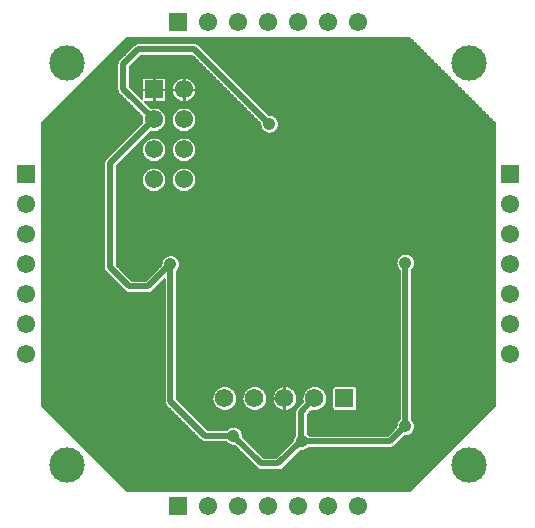
<source format=gbl>
%FSLAX33Y33*%
%MOMM*%
%AMRect-W1550000-H1550000-RO0.500*
21,1,1.55,1.55,0.,0.,270*%
%AMRect-W1570000-H1570000-RO1.000*
21,1,1.57,1.57,0.,0.,180*%
%ADD10C,0.0508*%
%ADD11C,0.508*%
%ADD12C,1.0668*%
%ADD13R,1.55X1.55*%
%ADD14C,1.55*%
%ADD15C,3.*%
%ADD16C,1.55*%
%ADD17Rect-W1550000-H1550000-RO0.500*%
%ADD18C,1.57*%
%ADD19Rect-W1570000-H1570000-RO1.000*%
D10*
%LNpour fill*%
G01*
X19225Y-11989D02*
X19225Y-11989D01*
X19225Y11989*
X11989Y19225*
X-11989Y19225*
X-19225Y11989*
X-19225Y-11989*
X-11989Y-19225*
X11989Y-19225*
X19225Y-11989*
X0902Y-17359D02*
X0902Y-17359D01*
X0993Y-17350*
X0996Y-17349*
X1084Y-17322*
X1086Y-17321*
X1168Y-17278*
X1170Y-17276*
X1241Y-17218*
X1242Y-17217*
X2742Y-15716*
X2807Y-15732*
X2810Y-15733*
X2990Y-15733*
X2993Y-15732*
X3169Y-15689*
X3172Y-15688*
X3332Y-15604*
X3335Y-15602*
X3468Y-15484*
X10351Y-15484*
X10352Y-15484*
X10443Y-15475*
X10446Y-15474*
X10534Y-15447*
X10536Y-15446*
X10618Y-15403*
X10620Y-15401*
X10691Y-15343*
X10692Y-15342*
X11562Y-14472*
X11726Y-14472*
X11729Y-14472*
X11905Y-14429*
X11907Y-14427*
X12068Y-14343*
X12070Y-14342*
X12205Y-14222*
X12208Y-14219*
X12310Y-14071*
X12312Y-14068*
X12376Y-13899*
X12377Y-13896*
X12398Y-13716*
X12398Y-13713*
X12377Y-13533*
X12376Y-13531*
X12312Y-13361*
X12310Y-13359*
X12208Y-13210*
X12205Y-13207*
X12119Y-13131*
X12119Y-0459*
X12205Y-0382*
X12208Y-0380*
X12310Y-0231*
X12312Y-0228*
X12376Y-0059*
X12377Y-0056*
X12398Y0123*
X12398Y0127*
X12377Y0306*
X12376Y0309*
X12312Y0478*
X12310Y0481*
X12208Y0630*
X12205Y0632*
X12070Y0752*
X12068Y0754*
X11907Y0838*
X11905Y0839*
X11729Y0882*
X11726Y0883*
X11545Y0883*
X11542Y0882*
X11366Y0839*
X11363Y0838*
X11203Y0754*
X11201Y0752*
X11065Y0632*
X11063Y0630*
X10961Y0481*
X10959Y0478*
X10895Y0309*
X10894Y0306*
X10872Y0127*
X10872Y0123*
X10894Y-0056*
X10895Y-0059*
X10959Y-0228*
X10961Y-0231*
X11063Y-0380*
X11065Y-0382*
X11152Y-0459*
X11152Y-13131*
X11065Y-13207*
X11063Y-13210*
X10961Y-13359*
X10959Y-13361*
X10895Y-13531*
X10894Y-13533*
X10872Y-13713*
X10872Y-13716*
X10881Y-13785*
X10150Y-14516*
X3504Y-14516*
X3472Y-14470*
X3470Y-14468*
X3335Y-14348*
X3332Y-14346*
X3284Y-14321*
X3284Y-12700*
X3664Y-12320*
X3816Y-12357*
X3819Y-12357*
X4061Y-12357*
X4064Y-12357*
X4298Y-12299*
X4301Y-12298*
X4515Y-12186*
X4518Y-12184*
X4698Y-12024*
X4700Y-12022*
X4838Y-11823*
X4839Y-11820*
X4925Y-11594*
X4925Y-11591*
X4955Y-11352*
X4955Y-11348*
X4925Y-11109*
X4925Y-11106*
X4839Y-10880*
X4838Y-10877*
X4700Y-10678*
X4698Y-10676*
X4518Y-10516*
X4515Y-10514*
X4301Y-10402*
X4298Y-10401*
X4064Y-10343*
X4061Y-10343*
X3819Y-10343*
X3816Y-10343*
X3582Y-10401*
X3579Y-10402*
X3365Y-10514*
X3362Y-10516*
X3182Y-10676*
X3180Y-10678*
X3042Y-10877*
X3041Y-10880*
X2955Y-11106*
X2955Y-11109*
X2925Y-11348*
X2925Y-11352*
X2955Y-11591*
X2955Y-11594*
X2974Y-11643*
X2458Y-12158*
X2457Y-12159*
X2399Y-12230*
X2397Y-12232*
X2354Y-12314*
X2353Y-12316*
X2326Y-12404*
X2325Y-12407*
X2316Y-12498*
X2316Y-12499*
X2316Y-14487*
X2225Y-14619*
X2224Y-14622*
X2160Y-14791*
X2159Y-14794*
X2140Y-14951*
X0700Y-16391*
X-0375Y-16391*
X-2170Y-14596*
X-2162Y-14527*
X-2162Y-14523*
X-2184Y-14344*
X-2185Y-14341*
X-2249Y-14172*
X-2250Y-14169*
X-2353Y-14020*
X-2355Y-14018*
X-2490Y-13898*
X-2493Y-13896*
X-2653Y-13812*
X-2656Y-13811*
X-2832Y-13768*
X-2835Y-13767*
X-3015Y-13767*
X-3018Y-13768*
X-3194Y-13811*
X-3197Y-13812*
X-3357Y-13896*
X-3360Y-13898*
X-3495Y-14018*
X-3497Y-14020*
X-3512Y-14041*
X-5125Y-14041*
X-7766Y-11400*
X-7766Y-0584*
X-7680Y-0507*
X-7678Y-0505*
X-7575Y-0356*
X-7574Y-0353*
X-7510Y-0184*
X-7509Y-0181*
X-7487Y-0002*
X-7487Y0002*
X-7509Y0181*
X-7510Y0184*
X-7574Y0353*
X-7575Y0356*
X-7678Y0505*
X-7680Y0507*
X-7815Y0627*
X-7818Y0629*
X-7978Y0713*
X-7981Y0714*
X-8157Y0757*
X-8160Y0758*
X-8340Y0758*
X-8343Y0757*
X-8519Y0714*
X-8522Y0713*
X-8682Y0629*
X-8685Y0627*
X-8820Y0507*
X-8822Y0505*
X-8925Y0356*
X-8926Y0353*
X-8990Y0184*
X-8991Y0181*
X-9013Y0002*
X-9013Y-0002*
X-9005Y-0071*
X-10325Y-1391*
X-11575Y-1391*
X-12891Y-0075*
X-12891Y8350*
X-9945Y11296*
X-9793Y11258*
X-9790Y11258*
X-9550Y11258*
X-9547Y11258*
X-9315Y11315*
X-9312Y11316*
X-9101Y11427*
X-9098Y11429*
X-8919Y11588*
X-8917Y11590*
X-8781Y11787*
X-8780Y11790*
X-8695Y12013*
X-8694Y12016*
X-8665Y12253*
X-8665Y12257*
X-8694Y12494*
X-8695Y12497*
X-8780Y12720*
X-8781Y12723*
X-8917Y12920*
X-8919Y12922*
X-9098Y13081*
X-9101Y13083*
X-9312Y13194*
X-9315Y13195*
X-9547Y13252*
X-9550Y13252*
X-9790Y13252*
X-9793Y13252*
X-9945Y13214*
X-10474Y13743*
X-10455Y13790*
X-9761Y13790*
X-9746Y13805*
X-9746Y14045*
X-9594Y14045*
X-9594Y13805*
X-9579Y13790*
X-8894Y13790*
X-8893Y13790*
X-8860Y13793*
X-8858Y13793*
X-8825Y13801*
X-8823Y13802*
X-8792Y13815*
X-8790Y13816*
X-8761Y13834*
X-8759Y13835*
X-8733Y13857*
X-8732Y13858*
X-8710Y13884*
X-8709Y13886*
X-8691Y13915*
X-8690Y13917*
X-8677Y13948*
X-8676Y13950*
X-8668Y13983*
X-8668Y13985*
X-8665Y14018*
X-8665Y14019*
X-8665Y14704*
X-8680Y14719*
X-8920Y14719*
X-8920Y14871*
X-8680Y14871*
X-8665Y14886*
X-8665Y15571*
X-8665Y15572*
X-8668Y15605*
X-8668Y15607*
X-8676Y15640*
X-8677Y15642*
X-8690Y15673*
X-8691Y15675*
X-8709Y15704*
X-8710Y15706*
X-8732Y15732*
X-8733Y15733*
X-8759Y15755*
X-8761Y15756*
X-8790Y15774*
X-8792Y15775*
X-8823Y15788*
X-8825Y15789*
X-8858Y15797*
X-8860Y15797*
X-8894Y15800*
X-8895Y15800*
X-9579Y15800*
X-9594Y15785*
X-9594Y15545*
X-9746Y15545*
X-9746Y15785*
X-9761Y15800*
X-10445Y15800*
X-10446Y15800*
X-10480Y15797*
X-10482Y15797*
X-10515Y15789*
X-10517Y15788*
X-10548Y15775*
X-10550Y15774*
X-10579Y15756*
X-10581Y15755*
X-10607Y15733*
X-10608Y15732*
X-10630Y15706*
X-10631Y15704*
X-10649Y15675*
X-10650Y15673*
X-10663Y15642*
X-10664Y15640*
X-10672Y15607*
X-10672Y15605*
X-10675Y15571*
X-10675Y15570*
X-10675Y14886*
X-10660Y14871*
X-10420Y14871*
X-10420Y14719*
X-10660Y14719*
X-10675Y14704*
X-10675Y14010*
X-10722Y13991*
X-11766Y15035*
X-11766Y16750*
X-10775Y17741*
X-6425Y17741*
X-0630Y11946*
X-0638Y11877*
X-0638Y11873*
X-0616Y11694*
X-0615Y11691*
X-0551Y11522*
X-0550Y11519*
X-0447Y11370*
X-0445Y11368*
X-0310Y11248*
X-0307Y11246*
X-0147Y11162*
X-0144Y11161*
X0032Y11118*
X0035Y11117*
X0215Y11117*
X0218Y11118*
X0394Y11161*
X0397Y11162*
X0557Y11246*
X0560Y11248*
X0695Y11368*
X0697Y11370*
X0800Y11519*
X0801Y11522*
X0865Y11691*
X0866Y11694*
X0888Y11873*
X0888Y11877*
X0866Y12056*
X0865Y12059*
X0801Y12228*
X0800Y12231*
X0697Y12380*
X0695Y12382*
X0560Y12502*
X0557Y12504*
X0397Y12588*
X0394Y12589*
X0218Y12632*
X0215Y12633*
X0051Y12633*
X-5883Y18567*
X-5884Y18568*
X-5955Y18626*
X-5957Y18628*
X-6039Y18671*
X-6041Y18672*
X-6129Y18699*
X-6132Y18700*
X-6223Y18709*
X-6224Y18709*
X-10976Y18709*
X-10977Y18709*
X-11068Y18700*
X-11071Y18699*
X-11159Y18672*
X-11161Y18671*
X-11243Y18628*
X-11245Y18626*
X-11316Y18568*
X-11317Y18567*
X-12592Y17292*
X-12593Y17291*
X-12651Y17220*
X-12653Y17218*
X-12696Y17136*
X-12697Y17134*
X-12724Y17046*
X-12725Y17043*
X-12734Y16952*
X-12734Y16951*
X-12734Y14834*
X-12734Y14833*
X-12725Y14742*
X-12724Y14739*
X-12697Y14651*
X-12696Y14649*
X-12653Y14567*
X-12651Y14565*
X-12593Y14494*
X-12592Y14493*
X-10632Y12533*
X-10645Y12497*
X-10646Y12494*
X-10675Y12257*
X-10675Y12253*
X-10646Y12016*
X-10645Y12013*
X-10632Y11977*
X-13717Y8892*
X-13718Y8891*
X-13776Y8820*
X-13778Y8818*
X-13821Y8736*
X-13822Y8734*
X-13849Y8646*
X-13850Y8643*
X-13859Y8552*
X-13859Y8551*
X-13859Y-0276*
X-13859Y-0277*
X-13850Y-0368*
X-13849Y-0371*
X-13822Y-0459*
X-13821Y-0461*
X-13778Y-0543*
X-13776Y-0545*
X-13718Y-0616*
X-13717Y-0617*
X-12117Y-2217*
X-12116Y-2218*
X-12045Y-2276*
X-12043Y-2278*
X-11961Y-2321*
X-11959Y-2322*
X-11871Y-2349*
X-11868Y-2350*
X-11777Y-2359*
X-11776Y-2359*
X-10124Y-2359*
X-10123Y-2359*
X-10032Y-2350*
X-10029Y-2349*
X-9941Y-2322*
X-9939Y-2321*
X-9857Y-2278*
X-9855Y-2276*
X-9784Y-2218*
X-9783Y-2217*
X-8781Y-1215*
X-8734Y-1234*
X-8734Y-11601*
X-8734Y-11602*
X-8725Y-11693*
X-8724Y-11696*
X-8697Y-11784*
X-8696Y-11786*
X-8653Y-11868*
X-8651Y-11870*
X-8593Y-11941*
X-8592Y-11942*
X-5667Y-14867*
X-5666Y-14868*
X-5595Y-14926*
X-5593Y-14928*
X-5511Y-14971*
X-5509Y-14972*
X-5421Y-14999*
X-5418Y-15000*
X-5327Y-15009*
X-5326Y-15009*
X-3512Y-15009*
X-3497Y-15030*
X-3495Y-15032*
X-3360Y-15152*
X-3357Y-15154*
X-3197Y-15238*
X-3194Y-15239*
X-3018Y-15282*
X-3015Y-15283*
X-2851Y-15283*
X-0917Y-17217*
X-0916Y-17218*
X-0845Y-17276*
X-0843Y-17278*
X-0761Y-17321*
X-0759Y-17322*
X-0671Y-17349*
X-0668Y-17350*
X-0577Y-17359*
X-0576Y-17359*
X0901Y-17359*
X0902Y-17359*
X-7206Y13812D02*
X-7206Y13812D01*
X-7206Y14051*
X-7054Y14051*
X-7054Y13812*
X-7039Y13798*
X-7010Y13798*
X-7007Y13798*
X-6775Y13855*
X-6772Y13856*
X-6561Y13967*
X-6558Y13969*
X-6379Y14128*
X-6377Y14130*
X-6241Y14327*
X-6240Y14330*
X-6155Y14553*
X-6154Y14556*
X-6137Y14702*
X-6152Y14719*
X-6380Y14719*
X-6380Y14871*
X-6152Y14871*
X-6137Y14888*
X-6154Y15034*
X-6155Y15037*
X-6240Y15260*
X-6241Y15263*
X-6377Y15460*
X-6379Y15462*
X-6558Y15621*
X-6561Y15623*
X-6772Y15734*
X-6775Y15735*
X-7007Y15792*
X-7010Y15792*
X-7039Y15792*
X-7054Y15778*
X-7054Y15539*
X-7206Y15539*
X-7206Y15778*
X-7221Y15792*
X-7250Y15792*
X-7253Y15792*
X-7485Y15735*
X-7488Y15734*
X-7699Y15623*
X-7702Y15621*
X-7881Y15462*
X-7883Y15460*
X-8019Y15263*
X-8020Y15260*
X-8105Y15037*
X-8106Y15034*
X-8123Y14888*
X-8108Y14871*
X-7880Y14871*
X-7880Y14719*
X-8108Y14719*
X-8123Y14702*
X-8106Y14556*
X-8105Y14553*
X-8020Y14330*
X-8019Y14327*
X-7883Y14130*
X-7881Y14128*
X-7702Y13969*
X-7699Y13967*
X-7488Y13856*
X-7485Y13855*
X-7253Y13798*
X-7250Y13798*
X-7221Y13798*
X-7206Y13812*
X-7007Y11258D02*
X-7007Y11258D01*
X-6775Y11315*
X-6772Y11316*
X-6561Y11427*
X-6558Y11429*
X-6379Y11588*
X-6377Y11590*
X-6241Y11787*
X-6240Y11790*
X-6155Y12013*
X-6154Y12016*
X-6125Y12253*
X-6125Y12257*
X-6154Y12494*
X-6155Y12497*
X-6240Y12720*
X-6241Y12723*
X-6377Y12920*
X-6379Y12922*
X-6558Y13081*
X-6561Y13083*
X-6772Y13194*
X-6775Y13195*
X-7007Y13252*
X-7010Y13252*
X-7250Y13252*
X-7253Y13252*
X-7485Y13195*
X-7488Y13194*
X-7699Y13083*
X-7702Y13081*
X-7881Y12922*
X-7883Y12920*
X-8019Y12723*
X-8020Y12720*
X-8105Y12497*
X-8106Y12494*
X-8135Y12257*
X-8135Y12253*
X-8106Y12016*
X-8105Y12013*
X-8020Y11790*
X-8019Y11787*
X-7883Y11590*
X-7881Y11588*
X-7702Y11429*
X-7699Y11427*
X-7488Y11316*
X-7485Y11315*
X-7253Y11258*
X-7250Y11258*
X-7010Y11258*
X-7007Y11258*
X-9547Y8718D02*
X-9547Y8718D01*
X-9315Y8775*
X-9312Y8776*
X-9101Y8887*
X-9098Y8889*
X-8919Y9048*
X-8917Y9050*
X-8781Y9247*
X-8780Y9250*
X-8695Y9473*
X-8694Y9476*
X-8665Y9713*
X-8665Y9717*
X-8694Y9954*
X-8695Y9957*
X-8780Y10180*
X-8781Y10183*
X-8917Y10380*
X-8919Y10382*
X-9098Y10541*
X-9101Y10543*
X-9312Y10654*
X-9315Y10655*
X-9547Y10712*
X-9550Y10712*
X-9790Y10712*
X-9793Y10712*
X-10025Y10655*
X-10028Y10654*
X-10239Y10543*
X-10242Y10541*
X-10421Y10382*
X-10423Y10380*
X-10559Y10183*
X-10560Y10180*
X-10645Y9957*
X-10646Y9954*
X-10675Y9717*
X-10675Y9713*
X-10646Y9476*
X-10645Y9473*
X-10560Y9250*
X-10559Y9247*
X-10423Y9050*
X-10421Y9048*
X-10242Y8889*
X-10239Y8887*
X-10028Y8776*
X-10025Y8775*
X-9793Y8718*
X-9790Y8718*
X-9550Y8718*
X-9547Y8718*
X-7007Y8718D02*
X-7007Y8718D01*
X-6775Y8775*
X-6772Y8776*
X-6561Y8887*
X-6558Y8889*
X-6379Y9048*
X-6377Y9050*
X-6241Y9247*
X-6240Y9250*
X-6155Y9473*
X-6154Y9476*
X-6125Y9713*
X-6125Y9717*
X-6154Y9954*
X-6155Y9957*
X-6240Y10180*
X-6241Y10183*
X-6377Y10380*
X-6379Y10382*
X-6558Y10541*
X-6561Y10543*
X-6772Y10654*
X-6775Y10655*
X-7007Y10712*
X-7010Y10712*
X-7250Y10712*
X-7253Y10712*
X-7485Y10655*
X-7488Y10654*
X-7699Y10543*
X-7702Y10541*
X-7881Y10382*
X-7883Y10380*
X-8019Y10183*
X-8020Y10180*
X-8105Y9957*
X-8106Y9954*
X-8135Y9717*
X-8135Y9713*
X-8106Y9476*
X-8105Y9473*
X-8020Y9250*
X-8019Y9247*
X-7883Y9050*
X-7881Y9048*
X-7702Y8889*
X-7699Y8887*
X-7488Y8776*
X-7485Y8775*
X-7253Y8718*
X-7250Y8718*
X-7010Y8718*
X-7007Y8718*
X-9547Y6178D02*
X-9547Y6178D01*
X-9315Y6235*
X-9312Y6236*
X-9101Y6347*
X-9098Y6349*
X-8919Y6508*
X-8917Y6510*
X-8781Y6707*
X-8780Y6710*
X-8695Y6933*
X-8694Y6936*
X-8665Y7173*
X-8665Y7177*
X-8694Y7414*
X-8695Y7417*
X-8780Y7640*
X-8781Y7643*
X-8917Y7840*
X-8919Y7842*
X-9098Y8001*
X-9101Y8003*
X-9312Y8114*
X-9315Y8115*
X-9547Y8172*
X-9550Y8172*
X-9790Y8172*
X-9793Y8172*
X-10025Y8115*
X-10028Y8114*
X-10239Y8003*
X-10242Y8001*
X-10421Y7842*
X-10423Y7840*
X-10559Y7643*
X-10560Y7640*
X-10645Y7417*
X-10646Y7414*
X-10675Y7177*
X-10675Y7173*
X-10646Y6936*
X-10645Y6933*
X-10560Y6710*
X-10559Y6707*
X-10423Y6510*
X-10421Y6508*
X-10242Y6349*
X-10239Y6347*
X-10028Y6236*
X-10025Y6235*
X-9793Y6178*
X-9790Y6178*
X-9550Y6178*
X-9547Y6178*
X-7007Y6178D02*
X-7007Y6178D01*
X-6775Y6235*
X-6772Y6236*
X-6561Y6347*
X-6558Y6349*
X-6379Y6508*
X-6377Y6510*
X-6241Y6707*
X-6240Y6710*
X-6155Y6933*
X-6154Y6936*
X-6125Y7173*
X-6125Y7177*
X-6154Y7414*
X-6155Y7417*
X-6240Y7640*
X-6241Y7643*
X-6377Y7840*
X-6379Y7842*
X-6558Y8001*
X-6561Y8003*
X-6772Y8114*
X-6775Y8115*
X-7007Y8172*
X-7010Y8172*
X-7250Y8172*
X-7253Y8172*
X-7485Y8115*
X-7488Y8114*
X-7699Y8003*
X-7702Y8001*
X-7881Y7842*
X-7883Y7840*
X-8019Y7643*
X-8020Y7640*
X-8105Y7417*
X-8106Y7414*
X-8135Y7177*
X-8135Y7173*
X-8106Y6936*
X-8105Y6933*
X-8020Y6710*
X-8019Y6707*
X-7883Y6510*
X-7881Y6508*
X-7702Y6349*
X-7699Y6347*
X-7488Y6236*
X-7485Y6235*
X-7253Y6178*
X-7250Y6178*
X-7010Y6178*
X-7007Y6178*
X7266Y-12365D02*
X7266Y-12365D01*
X7300Y-12362*
X7302Y-12362*
X7335Y-12354*
X7337Y-12353*
X7368Y-12340*
X7370Y-12339*
X7399Y-12321*
X7401Y-12320*
X7427Y-12298*
X7428Y-12297*
X7450Y-12271*
X7451Y-12269*
X7469Y-12240*
X7470Y-12238*
X7483Y-12207*
X7484Y-12205*
X7492Y-12172*
X7492Y-12170*
X7495Y-12136*
X7495Y-12135*
X7495Y-10565*
X7495Y-10564*
X7492Y-10530*
X7492Y-10528*
X7484Y-10495*
X7483Y-10493*
X7470Y-10462*
X7469Y-10460*
X7451Y-10431*
X7450Y-10429*
X7428Y-10403*
X7427Y-10402*
X7401Y-10380*
X7399Y-10379*
X7370Y-10361*
X7368Y-10360*
X7337Y-10347*
X7335Y-10346*
X7302Y-10338*
X7300Y-10338*
X7267Y-10335*
X7266Y-10335*
X5694Y-10335*
X5693Y-10335*
X5660Y-10338*
X5658Y-10338*
X5625Y-10346*
X5623Y-10347*
X5592Y-10360*
X5590Y-10361*
X5561Y-10379*
X5559Y-10380*
X5533Y-10402*
X5532Y-10403*
X5510Y-10429*
X5509Y-10431*
X5491Y-10460*
X5490Y-10462*
X5477Y-10493*
X5476Y-10495*
X5468Y-10528*
X5468Y-10530*
X5465Y-10563*
X5465Y-10564*
X5465Y-12136*
X5465Y-12137*
X5468Y-12170*
X5468Y-12172*
X5476Y-12205*
X5477Y-12207*
X5490Y-12238*
X5491Y-12240*
X5509Y-12269*
X5510Y-12271*
X5532Y-12297*
X5533Y-12298*
X5559Y-12320*
X5561Y-12321*
X5590Y-12339*
X5592Y-12340*
X5623Y-12353*
X5625Y-12354*
X5658Y-12362*
X5660Y-12362*
X5694Y-12365*
X5695Y-12365*
X7265Y-12365*
X7266Y-12365*
X-3556Y-12357D02*
X-3556Y-12357D01*
X-3322Y-12299*
X-3319Y-12298*
X-3105Y-12186*
X-3102Y-12184*
X-2922Y-12024*
X-2920Y-12022*
X-2782Y-11823*
X-2781Y-11820*
X-2695Y-11594*
X-2695Y-11591*
X-2665Y-11352*
X-2665Y-11348*
X-2695Y-11109*
X-2695Y-11106*
X-2781Y-10880*
X-2782Y-10877*
X-2920Y-10678*
X-2922Y-10676*
X-3102Y-10516*
X-3105Y-10514*
X-3319Y-10402*
X-3322Y-10401*
X-3556Y-10343*
X-3559Y-10343*
X-3801Y-10343*
X-3804Y-10343*
X-4038Y-10401*
X-4041Y-10402*
X-4255Y-10514*
X-4258Y-10516*
X-4438Y-10676*
X-4440Y-10678*
X-4578Y-10877*
X-4579Y-10880*
X-4665Y-11106*
X-4665Y-11109*
X-4695Y-11348*
X-4695Y-11352*
X-4665Y-11591*
X-4665Y-11594*
X-4579Y-11820*
X-4578Y-11823*
X-4440Y-12022*
X-4438Y-12024*
X-4258Y-12184*
X-4255Y-12186*
X-4041Y-12298*
X-4038Y-12299*
X-3804Y-12357*
X-3801Y-12357*
X-3559Y-12357*
X-3556Y-12357*
X-1016Y-12357D02*
X-1016Y-12357D01*
X-0782Y-12299*
X-0779Y-12298*
X-0565Y-12186*
X-0562Y-12184*
X-0382Y-12024*
X-0380Y-12022*
X-0242Y-11823*
X-0241Y-11820*
X-0155Y-11594*
X-0155Y-11591*
X-0125Y-11352*
X-0125Y-11348*
X-0155Y-11109*
X-0155Y-11106*
X-0241Y-10880*
X-0242Y-10877*
X-0380Y-10678*
X-0382Y-10676*
X-0562Y-10516*
X-0565Y-10514*
X-0779Y-10402*
X-0782Y-10401*
X-1016Y-10343*
X-1019Y-10343*
X-1261Y-10343*
X-1264Y-10343*
X-1498Y-10401*
X-1501Y-10402*
X-1715Y-10514*
X-1718Y-10516*
X-1898Y-10676*
X-1900Y-10678*
X-2038Y-10877*
X-2039Y-10880*
X-2125Y-11106*
X-2125Y-11109*
X-2155Y-11348*
X-2155Y-11352*
X-2125Y-11591*
X-2125Y-11594*
X-2039Y-11820*
X-2038Y-11823*
X-1900Y-12022*
X-1898Y-12024*
X-1718Y-12184*
X-1715Y-12186*
X-1501Y-12298*
X-1498Y-12299*
X-1264Y-12357*
X-1261Y-12357*
X-1019Y-12357*
X-1016Y-12357*
X1324Y-12343D02*
X1324Y-12343D01*
X1324Y-12104*
X1476Y-12104*
X1476Y-12343*
X1491Y-12357*
X1521Y-12357*
X1524Y-12357*
X1758Y-12299*
X1761Y-12298*
X1975Y-12186*
X1978Y-12184*
X2158Y-12024*
X2160Y-12022*
X2298Y-11823*
X2299Y-11820*
X2385Y-11594*
X2385Y-11591*
X2415Y-11352*
X2415Y-11348*
X2385Y-11109*
X2385Y-11106*
X2299Y-10880*
X2298Y-10877*
X2160Y-10678*
X2158Y-10676*
X1978Y-10516*
X1975Y-10514*
X1761Y-10402*
X1758Y-10401*
X1524Y-10343*
X1521Y-10343*
X1491Y-10343*
X1476Y-10357*
X1476Y-10596*
X1324Y-10596*
X1324Y-10357*
X1309Y-10343*
X1279Y-10343*
X1276Y-10343*
X1042Y-10401*
X1039Y-10402*
X0825Y-10514*
X0822Y-10516*
X0642Y-10676*
X0640Y-10678*
X0502Y-10877*
X0501Y-10880*
X0415Y-11106*
X0415Y-11109*
X0397Y-11257*
X0412Y-11274*
X0640Y-11274*
X0640Y-11426*
X0412Y-11426*
X0397Y-11443*
X0415Y-11591*
X0415Y-11594*
X0501Y-11820*
X0502Y-11823*
X0640Y-12022*
X0642Y-12024*
X0822Y-12184*
X0825Y-12186*
X1039Y-12298*
X1042Y-12299*
X1276Y-12357*
X1279Y-12357*
X1309Y-12357*
X1324Y-12343*
X-12014Y-19200D02*
X12014Y-19200D01*
X-12063Y-19151D02*
X12063Y-19151D01*
X-12113Y-19101D02*
X12113Y-19101D01*
X-12162Y-19052D02*
X12162Y-19052D01*
X-12212Y-19002D02*
X12212Y-19002D01*
X-12261Y-18953D02*
X12261Y-18953D01*
X-12311Y-18903D02*
X12311Y-18903D01*
X-12360Y-18854D02*
X12360Y-18854D01*
X-12410Y-18804D02*
X12410Y-18804D01*
X-12459Y-18755D02*
X12459Y-18755D01*
X-12509Y-18705D02*
X12509Y-18705D01*
X-12558Y-18656D02*
X12558Y-18656D01*
X-12608Y-18606D02*
X12608Y-18606D01*
X-12657Y-18557D02*
X12657Y-18557D01*
X-12707Y-18507D02*
X12707Y-18507D01*
X-12757Y-18458D02*
X12757Y-18458D01*
X-12806Y-18408D02*
X12806Y-18408D01*
X-12856Y-18358D02*
X12856Y-18358D01*
X-12905Y-18309D02*
X12905Y-18309D01*
X-12955Y-18259D02*
X12955Y-18259D01*
X-13004Y-18210D02*
X13004Y-18210D01*
X-13054Y-18160D02*
X13054Y-18160D01*
X-13103Y-18111D02*
X13103Y-18111D01*
X-13153Y-18061D02*
X13153Y-18061D01*
X-13202Y-18012D02*
X13202Y-18012D01*
X-13252Y-17962D02*
X13252Y-17962D01*
X-13301Y-17913D02*
X13301Y-17913D01*
X-13351Y-17863D02*
X13351Y-17863D01*
X-13400Y-17814D02*
X13400Y-17814D01*
X-13450Y-17764D02*
X13450Y-17764D01*
X-13500Y-17715D02*
X13500Y-17715D01*
X-13549Y-17665D02*
X13549Y-17665D01*
X-13599Y-17616D02*
X13599Y-17616D01*
X-13648Y-17566D02*
X13648Y-17566D01*
X-13698Y-17516D02*
X13698Y-17516D01*
X-13747Y-17467D02*
X13747Y-17467D01*
X-13797Y-17417D02*
X13797Y-17417D01*
X-13846Y-17368D02*
X13846Y-17368D01*
X-13896Y-17318D02*
X-0767Y-17318D01*
X1092Y-17318D02*
X13896Y-17318D01*
X-13945Y-17269D02*
X-0854Y-17269D01*
X1179Y-17269D02*
X13945Y-17269D01*
X-13995Y-17219D02*
X-0914Y-17219D01*
X1239Y-17219D02*
X13995Y-17219D01*
X-14044Y-17170D02*
X-0964Y-17170D01*
X1289Y-17170D02*
X14044Y-17170D01*
X-14094Y-17120D02*
X-1014Y-17120D01*
X1339Y-17120D02*
X14094Y-17120D01*
X-14143Y-17071D02*
X-1063Y-17071D01*
X1388Y-17071D02*
X14143Y-17071D01*
X-14193Y-17021D02*
X-1113Y-17021D01*
X1438Y-17021D02*
X14193Y-17021D01*
X-14242Y-16972D02*
X-1162Y-16972D01*
X1487Y-16972D02*
X14242Y-16972D01*
X-14292Y-16922D02*
X-1212Y-16922D01*
X1537Y-16922D02*
X14292Y-16922D01*
X-14342Y-16873D02*
X-1261Y-16873D01*
X1586Y-16873D02*
X14342Y-16873D01*
X-14391Y-16823D02*
X-1311Y-16823D01*
X1636Y-16823D02*
X14391Y-16823D01*
X-14441Y-16774D02*
X-1360Y-16774D01*
X1685Y-16774D02*
X14441Y-16774D01*
X-14490Y-16724D02*
X-1410Y-16724D01*
X1735Y-16724D02*
X14490Y-16724D01*
X-14540Y-16674D02*
X-1459Y-16674D01*
X1784Y-16674D02*
X14540Y-16674D01*
X-14589Y-16625D02*
X-1509Y-16625D01*
X1834Y-16625D02*
X14589Y-16625D01*
X-14639Y-16575D02*
X-1559Y-16575D01*
X1884Y-16575D02*
X14639Y-16575D01*
X-14688Y-16526D02*
X-1608Y-16526D01*
X1933Y-16526D02*
X14688Y-16526D01*
X-14738Y-16476D02*
X-1658Y-16476D01*
X1983Y-16476D02*
X14738Y-16476D01*
X-14787Y-16427D02*
X-1707Y-16427D01*
X2032Y-16427D02*
X14787Y-16427D01*
X-14837Y-16377D02*
X-1757Y-16377D01*
X-0389Y-16377D02*
X0714Y-16377D01*
X2082Y-16377D02*
X14837Y-16377D01*
X-14886Y-16328D02*
X-1806Y-16328D01*
X-0438Y-16328D02*
X0763Y-16328D01*
X2131Y-16328D02*
X14886Y-16328D01*
X-14936Y-16278D02*
X-1856Y-16278D01*
X-0488Y-16278D02*
X0813Y-16278D01*
X2181Y-16278D02*
X14936Y-16278D01*
X-14985Y-16229D02*
X-1905Y-16229D01*
X-0537Y-16229D02*
X0862Y-16229D01*
X2230Y-16229D02*
X14985Y-16229D01*
X-15035Y-16179D02*
X-1955Y-16179D01*
X-0587Y-16179D02*
X0912Y-16179D01*
X2280Y-16179D02*
X15035Y-16179D01*
X-15084Y-16130D02*
X-2004Y-16130D01*
X-0636Y-16130D02*
X0961Y-16130D01*
X2329Y-16130D02*
X15084Y-16130D01*
X-15134Y-16080D02*
X-2054Y-16080D01*
X-0686Y-16080D02*
X1011Y-16080D01*
X2379Y-16080D02*
X15134Y-16080D01*
X-15184Y-16031D02*
X-2103Y-16031D01*
X-0736Y-16031D02*
X1061Y-16031D01*
X2428Y-16031D02*
X15184Y-16031D01*
X-15233Y-15981D02*
X-2153Y-15981D01*
X-0785Y-15981D02*
X1110Y-15981D01*
X2478Y-15981D02*
X15233Y-15981D01*
X-15283Y-15931D02*
X-2202Y-15931D01*
X-0835Y-15931D02*
X1160Y-15931D01*
X2527Y-15931D02*
X15283Y-15931D01*
X-15332Y-15882D02*
X-2252Y-15882D01*
X-0884Y-15882D02*
X1209Y-15882D01*
X2577Y-15882D02*
X15332Y-15882D01*
X-15382Y-15832D02*
X-2301Y-15832D01*
X-0934Y-15832D02*
X1259Y-15832D01*
X2626Y-15832D02*
X15382Y-15832D01*
X-15431Y-15783D02*
X-2351Y-15783D01*
X-0983Y-15783D02*
X1308Y-15783D01*
X2676Y-15783D02*
X15431Y-15783D01*
X-15481Y-15733D02*
X-2401Y-15733D01*
X-1033Y-15733D02*
X1358Y-15733D01*
X2726Y-15733D02*
X15481Y-15733D01*
X-15530Y-15684D02*
X-2450Y-15684D01*
X-1082Y-15684D02*
X1407Y-15684D01*
X3180Y-15684D02*
X15530Y-15684D01*
X-15580Y-15634D02*
X-2500Y-15634D01*
X-1132Y-15634D02*
X1457Y-15634D01*
X3274Y-15634D02*
X15580Y-15634D01*
X-15629Y-15585D02*
X-2549Y-15585D01*
X-1181Y-15585D02*
X1506Y-15585D01*
X3354Y-15585D02*
X15629Y-15585D01*
X-15679Y-15535D02*
X-2599Y-15535D01*
X-1231Y-15535D02*
X1556Y-15535D01*
X3410Y-15535D02*
X15679Y-15535D01*
X-15728Y-15486D02*
X-2648Y-15486D01*
X-1280Y-15486D02*
X1605Y-15486D01*
X3466Y-15486D02*
X15728Y-15486D01*
X-15778Y-15436D02*
X-2698Y-15436D01*
X-1330Y-15436D02*
X1655Y-15436D01*
X10555Y-15436D02*
X15778Y-15436D01*
X-15827Y-15387D02*
X-2747Y-15387D01*
X-1379Y-15387D02*
X1704Y-15387D01*
X10638Y-15387D02*
X15827Y-15387D01*
X-15877Y-15337D02*
X-2797Y-15337D01*
X-1429Y-15337D02*
X1754Y-15337D01*
X10697Y-15337D02*
X15877Y-15337D01*
X-15926Y-15288D02*
X-2846Y-15288D01*
X-1478Y-15288D02*
X1803Y-15288D01*
X10746Y-15288D02*
X15926Y-15288D01*
X-15976Y-15238D02*
X-3196Y-15238D01*
X-1528Y-15238D02*
X1853Y-15238D01*
X10796Y-15238D02*
X15976Y-15238D01*
X-16026Y-15189D02*
X-3291Y-15189D01*
X-1578Y-15189D02*
X1903Y-15189D01*
X10845Y-15189D02*
X16026Y-15189D01*
X-16075Y-15139D02*
X-3374Y-15139D01*
X-1627Y-15139D02*
X1952Y-15139D01*
X10895Y-15139D02*
X16075Y-15139D01*
X-16125Y-15089D02*
X-3430Y-15089D01*
X-1677Y-15089D02*
X2002Y-15089D01*
X10944Y-15089D02*
X16125Y-15089D01*
X-16174Y-15040D02*
X-3486Y-15040D01*
X-1726Y-15040D02*
X2051Y-15040D01*
X10994Y-15040D02*
X16174Y-15040D01*
X-16224Y-14990D02*
X-5449Y-14990D01*
X-1776Y-14990D02*
X2101Y-14990D01*
X11043Y-14990D02*
X16224Y-14990D01*
X-16273Y-14941D02*
X-5568Y-14941D01*
X-1825Y-14941D02*
X2141Y-14941D01*
X11093Y-14941D02*
X16273Y-14941D01*
X-16323Y-14891D02*
X-5637Y-14891D01*
X-1875Y-14891D02*
X2147Y-14891D01*
X11143Y-14891D02*
X16323Y-14891D01*
X-16372Y-14842D02*
X-5692Y-14842D01*
X-1924Y-14842D02*
X2153Y-14842D01*
X11192Y-14842D02*
X16372Y-14842D01*
X-16422Y-14792D02*
X-5742Y-14792D01*
X-1974Y-14792D02*
X2159Y-14792D01*
X11242Y-14792D02*
X16422Y-14792D01*
X-16471Y-14743D02*
X-5791Y-14743D01*
X-2023Y-14743D02*
X2178Y-14743D01*
X11291Y-14743D02*
X16471Y-14743D01*
X-16521Y-14693D02*
X-5841Y-14693D01*
X-2073Y-14693D02*
X2197Y-14693D01*
X11341Y-14693D02*
X16521Y-14693D01*
X-16570Y-14644D02*
X-5890Y-14644D01*
X-2122Y-14644D02*
X2215Y-14644D01*
X11390Y-14644D02*
X16570Y-14644D01*
X-16620Y-14594D02*
X-5940Y-14594D01*
X-2170Y-14594D02*
X2242Y-14594D01*
X11440Y-14594D02*
X16620Y-14594D01*
X-16669Y-14545D02*
X-5989Y-14545D01*
X-2164Y-14545D02*
X2276Y-14545D01*
X11489Y-14545D02*
X16669Y-14545D01*
X-16719Y-14495D02*
X-6039Y-14495D01*
X-2165Y-14495D02*
X2311Y-14495D01*
X3489Y-14495D02*
X10171Y-14495D01*
X11539Y-14495D02*
X16719Y-14495D01*
X-16768Y-14446D02*
X-6088Y-14446D01*
X-2171Y-14446D02*
X2316Y-14446D01*
X3445Y-14446D02*
X10220Y-14446D01*
X11835Y-14446D02*
X16768Y-14446D01*
X-16818Y-14396D02*
X-6138Y-14396D01*
X-2177Y-14396D02*
X2316Y-14396D01*
X3389Y-14396D02*
X10270Y-14396D01*
X11967Y-14396D02*
X16818Y-14396D01*
X-16868Y-14347D02*
X-6187Y-14347D01*
X-2183Y-14347D02*
X2316Y-14347D01*
X3333Y-14347D02*
X10320Y-14347D01*
X12062Y-14347D02*
X16868Y-14347D01*
X-16917Y-14297D02*
X-6237Y-14297D01*
X-2201Y-14297D02*
X2316Y-14297D01*
X3284Y-14297D02*
X10369Y-14297D01*
X12121Y-14297D02*
X16917Y-14297D01*
X-16967Y-14247D02*
X-6286Y-14247D01*
X-2220Y-14247D02*
X2316Y-14247D01*
X3284Y-14247D02*
X10419Y-14247D01*
X12176Y-14247D02*
X16967Y-14247D01*
X-17016Y-14198D02*
X-6336Y-14198D01*
X-2239Y-14198D02*
X2316Y-14198D01*
X3284Y-14198D02*
X10468Y-14198D01*
X12222Y-14198D02*
X17016Y-14198D01*
X-17066Y-14148D02*
X-6386Y-14148D01*
X-2264Y-14148D02*
X2316Y-14148D01*
X3284Y-14148D02*
X10518Y-14148D01*
X12257Y-14148D02*
X17066Y-14148D01*
X-17115Y-14099D02*
X-6435Y-14099D01*
X-2299Y-14099D02*
X2316Y-14099D01*
X3284Y-14099D02*
X10567Y-14099D01*
X12291Y-14099D02*
X17115Y-14099D01*
X-17165Y-14049D02*
X-6485Y-14049D01*
X-2333Y-14049D02*
X2316Y-14049D01*
X3284Y-14049D02*
X10617Y-14049D01*
X12319Y-14049D02*
X17165Y-14049D01*
X-17214Y-14000D02*
X-6534Y-14000D01*
X-5166Y-14000D02*
X-3475Y-14000D01*
X-2375Y-14000D02*
X2316Y-14000D01*
X3284Y-14000D02*
X10666Y-14000D01*
X12338Y-14000D02*
X17214Y-14000D01*
X-17264Y-13950D02*
X-6584Y-13950D01*
X-5216Y-13950D02*
X-3419Y-13950D01*
X-2431Y-13950D02*
X2316Y-13950D01*
X3284Y-13950D02*
X10716Y-13950D01*
X12356Y-13950D02*
X17264Y-13950D01*
X-17313Y-13901D02*
X-6633Y-13901D01*
X-5265Y-13901D02*
X-3363Y-13901D01*
X-2487Y-13901D02*
X2316Y-13901D01*
X3284Y-13901D02*
X10765Y-13901D01*
X12375Y-13901D02*
X17313Y-13901D01*
X-17363Y-13851D02*
X-6683Y-13851D01*
X-5315Y-13851D02*
X-3272Y-13851D01*
X-2578Y-13851D02*
X2316Y-13851D01*
X3284Y-13851D02*
X10815Y-13851D01*
X12382Y-13851D02*
X17363Y-13851D01*
X-17412Y-13802D02*
X-6732Y-13802D01*
X-5364Y-13802D02*
X-3156Y-13802D01*
X-2694Y-13802D02*
X2316Y-13802D01*
X3284Y-13802D02*
X10864Y-13802D01*
X12388Y-13802D02*
X17412Y-13802D01*
X-17462Y-13752D02*
X-6782Y-13752D01*
X-5414Y-13752D02*
X2316Y-13752D01*
X3284Y-13752D02*
X10877Y-13752D01*
X12394Y-13752D02*
X17462Y-13752D01*
X-17511Y-13703D02*
X-6831Y-13703D01*
X-5463Y-13703D02*
X2316Y-13703D01*
X3284Y-13703D02*
X10874Y-13703D01*
X12397Y-13703D02*
X17511Y-13703D01*
X-17561Y-13653D02*
X-6881Y-13653D01*
X-5513Y-13653D02*
X2316Y-13653D01*
X3284Y-13653D02*
X10880Y-13653D01*
X12391Y-13653D02*
X17561Y-13653D01*
X-17610Y-13604D02*
X-6930Y-13604D01*
X-5563Y-13604D02*
X2316Y-13604D01*
X3284Y-13604D02*
X10886Y-13604D01*
X12385Y-13604D02*
X17610Y-13604D01*
X-17660Y-13554D02*
X-6980Y-13554D01*
X-5612Y-13554D02*
X2316Y-13554D01*
X3284Y-13554D02*
X10892Y-13554D01*
X12379Y-13554D02*
X17660Y-13554D01*
X-17710Y-13505D02*
X-7029Y-13505D01*
X-5662Y-13505D02*
X2316Y-13505D01*
X3284Y-13505D02*
X10905Y-13505D01*
X12366Y-13505D02*
X17710Y-13505D01*
X-17759Y-13455D02*
X-7079Y-13455D01*
X-5711Y-13455D02*
X2316Y-13455D01*
X3284Y-13455D02*
X10924Y-13455D01*
X12347Y-13455D02*
X17759Y-13455D01*
X-17809Y-13405D02*
X-7128Y-13405D01*
X-5761Y-13405D02*
X2316Y-13405D01*
X3284Y-13405D02*
X10942Y-13405D01*
X12328Y-13405D02*
X17809Y-13405D01*
X-17858Y-13356D02*
X-7178Y-13356D01*
X-5810Y-13356D02*
X2316Y-13356D01*
X3284Y-13356D02*
X10962Y-13356D01*
X12308Y-13356D02*
X17858Y-13356D01*
X-17908Y-13306D02*
X-7228Y-13306D01*
X-5860Y-13306D02*
X2316Y-13306D01*
X3284Y-13306D02*
X10997Y-13306D01*
X12274Y-13306D02*
X17908Y-13306D01*
X-17957Y-13257D02*
X-7277Y-13257D01*
X-5909Y-13257D02*
X2316Y-13257D01*
X3284Y-13257D02*
X11031Y-13257D01*
X12240Y-13257D02*
X17957Y-13257D01*
X-18007Y-13207D02*
X-7327Y-13207D01*
X-5959Y-13207D02*
X2316Y-13207D01*
X3284Y-13207D02*
X11065Y-13207D01*
X12205Y-13207D02*
X18007Y-13207D01*
X-18056Y-13158D02*
X-7376Y-13158D01*
X-6008Y-13158D02*
X2316Y-13158D01*
X3284Y-13158D02*
X11121Y-13158D01*
X12149Y-13158D02*
X18056Y-13158D01*
X-18106Y-13108D02*
X-7426Y-13108D01*
X-6058Y-13108D02*
X2316Y-13108D01*
X3284Y-13108D02*
X11152Y-13108D01*
X12119Y-13108D02*
X18106Y-13108D01*
X-18155Y-13059D02*
X-7475Y-13059D01*
X-6107Y-13059D02*
X2316Y-13059D01*
X3284Y-13059D02*
X11152Y-13059D01*
X12119Y-13059D02*
X18155Y-13059D01*
X-18205Y-13009D02*
X-7525Y-13009D01*
X-6157Y-13009D02*
X2316Y-13009D01*
X3284Y-13009D02*
X11152Y-13009D01*
X12119Y-13009D02*
X18205Y-13009D01*
X-18254Y-12960D02*
X-7574Y-12960D01*
X-6206Y-12960D02*
X2316Y-12960D01*
X3284Y-12960D02*
X11152Y-12960D01*
X12119Y-12960D02*
X18254Y-12960D01*
X-18304Y-12910D02*
X-7624Y-12910D01*
X-6256Y-12910D02*
X2316Y-12910D01*
X3284Y-12910D02*
X11152Y-12910D01*
X12119Y-12910D02*
X18304Y-12910D01*
X-18353Y-12861D02*
X-7673Y-12861D01*
X-6305Y-12861D02*
X2316Y-12861D01*
X3284Y-12861D02*
X11152Y-12861D01*
X12119Y-12861D02*
X18353Y-12861D01*
X-18403Y-12811D02*
X-7723Y-12811D01*
X-6355Y-12811D02*
X2316Y-12811D01*
X3284Y-12811D02*
X11152Y-12811D01*
X12119Y-12811D02*
X18403Y-12811D01*
X-18453Y-12762D02*
X-7772Y-12762D01*
X-6405Y-12762D02*
X2316Y-12762D01*
X3284Y-12762D02*
X11152Y-12762D01*
X12119Y-12762D02*
X18453Y-12762D01*
X-18502Y-12712D02*
X-7822Y-12712D01*
X-6454Y-12712D02*
X2316Y-12712D01*
X3284Y-12712D02*
X11152Y-12712D01*
X12119Y-12712D02*
X18502Y-12712D01*
X-18552Y-12663D02*
X-7871Y-12663D01*
X-6504Y-12663D02*
X2316Y-12663D01*
X3321Y-12663D02*
X11152Y-12663D01*
X12119Y-12663D02*
X18552Y-12663D01*
X-18601Y-12613D02*
X-7921Y-12613D01*
X-6553Y-12613D02*
X2316Y-12613D01*
X3371Y-12613D02*
X11152Y-12613D01*
X12119Y-12613D02*
X18601Y-12613D01*
X-18651Y-12563D02*
X-7970Y-12563D01*
X-6603Y-12563D02*
X2316Y-12563D01*
X3420Y-12563D02*
X11152Y-12563D01*
X12119Y-12563D02*
X18651Y-12563D01*
X-18700Y-12514D02*
X-8020Y-12514D01*
X-6652Y-12514D02*
X2316Y-12514D01*
X3470Y-12514D02*
X11152Y-12514D01*
X12119Y-12514D02*
X18700Y-12514D01*
X-18750Y-12464D02*
X-8070Y-12464D01*
X-6702Y-12464D02*
X2320Y-12464D01*
X3520Y-12464D02*
X11152Y-12464D01*
X12119Y-12464D02*
X18750Y-12464D01*
X-18799Y-12415D02*
X-8119Y-12415D01*
X-6751Y-12415D02*
X2325Y-12415D01*
X3569Y-12415D02*
X11152Y-12415D01*
X12119Y-12415D02*
X18799Y-12415D01*
X-18849Y-12365D02*
X-8169Y-12365D01*
X-6801Y-12365D02*
X2338Y-12365D01*
X3619Y-12365D02*
X11152Y-12365D01*
X12119Y-12365D02*
X18849Y-12365D01*
X-18898Y-12316D02*
X-8218Y-12316D01*
X-6850Y-12316D02*
X-3971Y-12316D01*
X-3389Y-12316D02*
X-1431Y-12316D01*
X-0849Y-12316D02*
X1109Y-12316D01*
X1324Y-12316D02*
X1476Y-12316D01*
X1691Y-12316D02*
X2353Y-12316D01*
X4231Y-12316D02*
X5554Y-12316D01*
X7406Y-12316D02*
X11152Y-12316D01*
X12119Y-12316D02*
X18898Y-12316D01*
X-18948Y-12266D02*
X-8268Y-12266D01*
X-6900Y-12266D02*
X-4102Y-12266D01*
X-3258Y-12266D02*
X-1562Y-12266D01*
X-0718Y-12266D02*
X0978Y-12266D01*
X1324Y-12266D02*
X1476Y-12266D01*
X1822Y-12266D02*
X2379Y-12266D01*
X4362Y-12266D02*
X5507Y-12266D01*
X7453Y-12266D02*
X11152Y-12266D01*
X12119Y-12266D02*
X18948Y-12266D01*
X-18997Y-12217D02*
X-8317Y-12217D01*
X-6949Y-12217D02*
X-4196Y-12217D01*
X-3164Y-12217D02*
X-1656Y-12217D01*
X-0624Y-12217D02*
X0884Y-12217D01*
X1324Y-12217D02*
X1476Y-12217D01*
X1916Y-12217D02*
X2410Y-12217D01*
X4456Y-12217D02*
X5481Y-12217D01*
X7479Y-12217D02*
X11152Y-12217D01*
X12119Y-12217D02*
X18997Y-12217D01*
X-19047Y-12167D02*
X-8367Y-12167D01*
X-6999Y-12167D02*
X-4277Y-12167D01*
X-3083Y-12167D02*
X-1737Y-12167D01*
X-0543Y-12167D02*
X0803Y-12167D01*
X1324Y-12167D02*
X1476Y-12167D01*
X1997Y-12167D02*
X2450Y-12167D01*
X4537Y-12167D02*
X5468Y-12167D01*
X7492Y-12167D02*
X11152Y-12167D01*
X12119Y-12167D02*
X19047Y-12167D01*
X-19096Y-12118D02*
X-8416Y-12118D01*
X-7048Y-12118D02*
X-4333Y-12118D01*
X-3027Y-12118D02*
X-1793Y-12118D01*
X-0487Y-12118D02*
X0747Y-12118D01*
X1324Y-12118D02*
X1476Y-12118D01*
X2053Y-12118D02*
X2498Y-12118D01*
X4593Y-12118D02*
X5465Y-12118D01*
X7495Y-12118D02*
X11152Y-12118D01*
X12119Y-12118D02*
X19096Y-12118D01*
X-19146Y-12068D02*
X-8466Y-12068D01*
X-7098Y-12068D02*
X-4389Y-12068D01*
X-2971Y-12068D02*
X-1849Y-12068D01*
X-0431Y-12068D02*
X0691Y-12068D01*
X2109Y-12068D02*
X2548Y-12068D01*
X4649Y-12068D02*
X5465Y-12068D01*
X7495Y-12068D02*
X11152Y-12068D01*
X12119Y-12068D02*
X19146Y-12068D01*
X-19195Y-12019D02*
X-8515Y-12019D01*
X-7147Y-12019D02*
X-4443Y-12019D01*
X-2917Y-12019D02*
X-1903Y-12019D01*
X-0377Y-12019D02*
X0637Y-12019D01*
X2163Y-12019D02*
X2597Y-12019D01*
X4703Y-12019D02*
X5465Y-12019D01*
X7495Y-12019D02*
X11152Y-12019D01*
X12119Y-12019D02*
X19195Y-12019D01*
X-19225Y-11969D02*
X-8565Y-11969D01*
X-7197Y-11969D02*
X-4477Y-11969D01*
X-2883Y-11969D02*
X-1937Y-11969D01*
X-0343Y-11969D02*
X0603Y-11969D01*
X2197Y-11969D02*
X2647Y-11969D01*
X4737Y-11969D02*
X5465Y-11969D01*
X7495Y-11969D02*
X11152Y-11969D01*
X12119Y-11969D02*
X19225Y-11969D01*
X-19225Y-11920D02*
X-8610Y-11920D01*
X-7247Y-11920D02*
X-4511Y-11920D01*
X-2849Y-11920D02*
X-1971Y-11920D01*
X-0309Y-11920D02*
X0569Y-11920D01*
X2231Y-11920D02*
X2697Y-11920D01*
X4771Y-11920D02*
X5465Y-11920D01*
X7495Y-11920D02*
X11152Y-11920D01*
X12119Y-11920D02*
X19225Y-11920D01*
X-19225Y-11870D02*
X-8651Y-11870D01*
X-7296Y-11870D02*
X-4545Y-11870D01*
X-2815Y-11870D02*
X-2005Y-11870D01*
X-0275Y-11870D02*
X0535Y-11870D01*
X2265Y-11870D02*
X2746Y-11870D01*
X4805Y-11870D02*
X5465Y-11870D01*
X7495Y-11870D02*
X11152Y-11870D01*
X12119Y-11870D02*
X19225Y-11870D01*
X-19225Y-11821D02*
X-8678Y-11821D01*
X-7346Y-11821D02*
X-4579Y-11821D01*
X-2781Y-11821D02*
X-2039Y-11821D01*
X-0241Y-11821D02*
X0501Y-11821D01*
X2299Y-11821D02*
X2796Y-11821D01*
X4839Y-11821D02*
X5465Y-11821D01*
X7495Y-11821D02*
X11152Y-11821D01*
X12119Y-11821D02*
X19225Y-11821D01*
X-19225Y-11771D02*
X-8701Y-11771D01*
X-7395Y-11771D02*
X-4598Y-11771D01*
X-2762Y-11771D02*
X-2058Y-11771D01*
X-0222Y-11771D02*
X0482Y-11771D01*
X2318Y-11771D02*
X2845Y-11771D01*
X4858Y-11771D02*
X5465Y-11771D01*
X7495Y-11771D02*
X11152Y-11771D01*
X12119Y-11771D02*
X19225Y-11771D01*
X-19225Y-11721D02*
X-8716Y-11721D01*
X-7445Y-11721D02*
X-4617Y-11721D01*
X-2743Y-11721D02*
X-2077Y-11721D01*
X-0203Y-11721D02*
X0463Y-11721D01*
X2337Y-11721D02*
X2895Y-11721D01*
X4877Y-11721D02*
X5465Y-11721D01*
X7495Y-11721D02*
X11152Y-11721D01*
X12119Y-11721D02*
X19225Y-11721D01*
X-19225Y-11672D02*
X-8727Y-11672D01*
X-7494Y-11672D02*
X-4635Y-11672D01*
X-2725Y-11672D02*
X-2095Y-11672D01*
X-0185Y-11672D02*
X0445Y-11672D01*
X2355Y-11672D02*
X2944Y-11672D01*
X4895Y-11672D02*
X5465Y-11672D01*
X7495Y-11672D02*
X11152Y-11672D01*
X12119Y-11672D02*
X19225Y-11672D01*
X-19225Y-11622D02*
X-8732Y-11622D01*
X-7544Y-11622D02*
X-4654Y-11622D01*
X-2706Y-11622D02*
X-2114Y-11622D01*
X-0166Y-11622D02*
X0426Y-11622D01*
X2374Y-11622D02*
X2966Y-11622D01*
X4914Y-11622D02*
X5465Y-11622D01*
X7495Y-11622D02*
X11152Y-11622D01*
X12119Y-11622D02*
X19225Y-11622D01*
X-19225Y-11573D02*
X-8734Y-11573D01*
X-7593Y-11573D02*
X-4668Y-11573D01*
X-2692Y-11573D02*
X-2128Y-11573D01*
X-0152Y-11573D02*
X0412Y-11573D01*
X2388Y-11573D02*
X2952Y-11573D01*
X4928Y-11573D02*
X5465Y-11573D01*
X7495Y-11573D02*
X11152Y-11573D01*
X12119Y-11573D02*
X19225Y-11573D01*
X-19225Y-11523D02*
X-8734Y-11523D01*
X-7643Y-11523D02*
X-4674Y-11523D01*
X-2686Y-11523D02*
X-2134Y-11523D01*
X-0146Y-11523D02*
X0406Y-11523D01*
X2394Y-11523D02*
X2946Y-11523D01*
X4934Y-11523D02*
X5465Y-11523D01*
X7495Y-11523D02*
X11152Y-11523D01*
X12119Y-11523D02*
X19225Y-11523D01*
X-19225Y-11474D02*
X-8734Y-11474D01*
X-7692Y-11474D02*
X-4680Y-11474D01*
X-2680Y-11474D02*
X-2140Y-11474D01*
X-0140Y-11474D02*
X0400Y-11474D01*
X2400Y-11474D02*
X2940Y-11474D01*
X4940Y-11474D02*
X5465Y-11474D01*
X7495Y-11474D02*
X11152Y-11474D01*
X12119Y-11474D02*
X19225Y-11474D01*
X-19225Y-11424D02*
X-8734Y-11424D01*
X-7742Y-11424D02*
X-4686Y-11424D01*
X-2674Y-11424D02*
X-2146Y-11424D01*
X-0134Y-11424D02*
X0640Y-11424D01*
X2406Y-11424D02*
X2934Y-11424D01*
X4946Y-11424D02*
X5465Y-11424D01*
X7495Y-11424D02*
X11152Y-11424D01*
X12119Y-11424D02*
X19225Y-11424D01*
X-19225Y-11375D02*
X-8734Y-11375D01*
X-7766Y-11375D02*
X-4692Y-11375D01*
X-2668Y-11375D02*
X-2152Y-11375D01*
X-0128Y-11375D02*
X0640Y-11375D01*
X2412Y-11375D02*
X2928Y-11375D01*
X4952Y-11375D02*
X5465Y-11375D01*
X7495Y-11375D02*
X11152Y-11375D01*
X12119Y-11375D02*
X19225Y-11375D01*
X-19225Y-11325D02*
X-8734Y-11325D01*
X-7766Y-11325D02*
X-4692Y-11325D01*
X-2668Y-11325D02*
X-2152Y-11325D01*
X-0128Y-11325D02*
X0640Y-11325D01*
X2412Y-11325D02*
X2928Y-11325D01*
X4952Y-11325D02*
X5465Y-11325D01*
X7495Y-11325D02*
X11152Y-11325D01*
X12119Y-11325D02*
X19225Y-11325D01*
X-19225Y-11276D02*
X-8734Y-11276D01*
X-7766Y-11276D02*
X-4686Y-11276D01*
X-2674Y-11276D02*
X-2146Y-11276D01*
X-0134Y-11276D02*
X0640Y-11276D01*
X2406Y-11276D02*
X2934Y-11276D01*
X4946Y-11276D02*
X5465Y-11276D01*
X7495Y-11276D02*
X11152Y-11276D01*
X12119Y-11276D02*
X19225Y-11276D01*
X-19225Y-11226D02*
X-8734Y-11226D01*
X-7766Y-11226D02*
X-4680Y-11226D01*
X-2680Y-11226D02*
X-2140Y-11226D01*
X-0140Y-11226D02*
X0400Y-11226D01*
X2400Y-11226D02*
X2940Y-11226D01*
X4940Y-11226D02*
X5465Y-11226D01*
X7495Y-11226D02*
X11152Y-11226D01*
X12119Y-11226D02*
X19225Y-11226D01*
X-19225Y-11177D02*
X-8734Y-11177D01*
X-7766Y-11177D02*
X-4674Y-11177D01*
X-2686Y-11177D02*
X-2134Y-11177D01*
X-0146Y-11177D02*
X0406Y-11177D01*
X2394Y-11177D02*
X2946Y-11177D01*
X4934Y-11177D02*
X5465Y-11177D01*
X7495Y-11177D02*
X11152Y-11177D01*
X12119Y-11177D02*
X19225Y-11177D01*
X-19225Y-11127D02*
X-8734Y-11127D01*
X-7766Y-11127D02*
X-4668Y-11127D01*
X-2692Y-11127D02*
X-2128Y-11127D01*
X-0152Y-11127D02*
X0412Y-11127D01*
X2388Y-11127D02*
X2952Y-11127D01*
X4928Y-11127D02*
X5465Y-11127D01*
X7495Y-11127D02*
X11152Y-11127D01*
X12119Y-11127D02*
X19225Y-11127D01*
X-19225Y-11078D02*
X-8734Y-11078D01*
X-7766Y-11078D02*
X-4654Y-11078D01*
X-2706Y-11078D02*
X-2114Y-11078D01*
X-0166Y-11078D02*
X0426Y-11078D01*
X2374Y-11078D02*
X2966Y-11078D01*
X4914Y-11078D02*
X5465Y-11078D01*
X7495Y-11078D02*
X11152Y-11078D01*
X12119Y-11078D02*
X19225Y-11078D01*
X-19225Y-11028D02*
X-8734Y-11028D01*
X-7766Y-11028D02*
X-4635Y-11028D01*
X-2725Y-11028D02*
X-2095Y-11028D01*
X-0185Y-11028D02*
X0445Y-11028D01*
X2355Y-11028D02*
X2985Y-11028D01*
X4895Y-11028D02*
X5465Y-11028D01*
X7495Y-11028D02*
X11152Y-11028D01*
X12119Y-11028D02*
X19225Y-11028D01*
X-19225Y-10978D02*
X-8734Y-10978D01*
X-7766Y-10978D02*
X-4617Y-10978D01*
X-2743Y-10978D02*
X-2077Y-10978D01*
X-0203Y-10978D02*
X0463Y-10978D01*
X2337Y-10978D02*
X3003Y-10978D01*
X4877Y-10978D02*
X5465Y-10978D01*
X7495Y-10978D02*
X11152Y-10978D01*
X12119Y-10978D02*
X19225Y-10978D01*
X-19225Y-10929D02*
X-8734Y-10929D01*
X-7766Y-10929D02*
X-4598Y-10929D01*
X-2762Y-10929D02*
X-2058Y-10929D01*
X-0222Y-10929D02*
X0482Y-10929D01*
X2318Y-10929D02*
X3022Y-10929D01*
X4858Y-10929D02*
X5465Y-10929D01*
X7495Y-10929D02*
X11152Y-10929D01*
X12119Y-10929D02*
X19225Y-10929D01*
X-19225Y-10879D02*
X-8734Y-10879D01*
X-7766Y-10879D02*
X-4579Y-10879D01*
X-2781Y-10879D02*
X-2039Y-10879D01*
X-0241Y-10879D02*
X0501Y-10879D01*
X2299Y-10879D02*
X3041Y-10879D01*
X4839Y-10879D02*
X5465Y-10879D01*
X7495Y-10879D02*
X11152Y-10879D01*
X12119Y-10879D02*
X19225Y-10879D01*
X-19225Y-10830D02*
X-8734Y-10830D01*
X-7766Y-10830D02*
X-4545Y-10830D01*
X-2815Y-10830D02*
X-2005Y-10830D01*
X-0275Y-10830D02*
X0535Y-10830D01*
X2265Y-10830D02*
X3075Y-10830D01*
X4805Y-10830D02*
X5465Y-10830D01*
X7495Y-10830D02*
X11152Y-10830D01*
X12119Y-10830D02*
X19225Y-10830D01*
X-19225Y-10780D02*
X-8734Y-10780D01*
X-7766Y-10780D02*
X-4511Y-10780D01*
X-2849Y-10780D02*
X-1971Y-10780D01*
X-0309Y-10780D02*
X0569Y-10780D01*
X2231Y-10780D02*
X3109Y-10780D01*
X4771Y-10780D02*
X5465Y-10780D01*
X7495Y-10780D02*
X11152Y-10780D01*
X12119Y-10780D02*
X19225Y-10780D01*
X-19225Y-10731D02*
X-8734Y-10731D01*
X-7766Y-10731D02*
X-4477Y-10731D01*
X-2883Y-10731D02*
X-1937Y-10731D01*
X-0343Y-10731D02*
X0603Y-10731D01*
X2197Y-10731D02*
X3143Y-10731D01*
X4737Y-10731D02*
X5465Y-10731D01*
X7495Y-10731D02*
X11152Y-10731D01*
X12119Y-10731D02*
X19225Y-10731D01*
X-19225Y-10681D02*
X-8734Y-10681D01*
X-7766Y-10681D02*
X-4443Y-10681D01*
X-2917Y-10681D02*
X-1903Y-10681D01*
X-0377Y-10681D02*
X0637Y-10681D01*
X2163Y-10681D02*
X3177Y-10681D01*
X4703Y-10681D02*
X5465Y-10681D01*
X7495Y-10681D02*
X11152Y-10681D01*
X12119Y-10681D02*
X19225Y-10681D01*
X-19225Y-10632D02*
X-8734Y-10632D01*
X-7766Y-10632D02*
X-4388Y-10632D01*
X-2972Y-10632D02*
X-1848Y-10632D01*
X-0432Y-10632D02*
X0692Y-10632D01*
X2108Y-10632D02*
X3232Y-10632D01*
X4648Y-10632D02*
X5465Y-10632D01*
X7495Y-10632D02*
X11152Y-10632D01*
X12119Y-10632D02*
X19225Y-10632D01*
X-19225Y-10582D02*
X-8734Y-10582D01*
X-7766Y-10582D02*
X-4333Y-10582D01*
X-3027Y-10582D02*
X-1793Y-10582D01*
X-0487Y-10582D02*
X0747Y-10582D01*
X1324Y-10582D02*
X1476Y-10582D01*
X2053Y-10582D02*
X3287Y-10582D01*
X4593Y-10582D02*
X5465Y-10582D01*
X7495Y-10582D02*
X11152Y-10582D01*
X12119Y-10582D02*
X19225Y-10582D01*
X-19225Y-10533D02*
X-8734Y-10533D01*
X-7766Y-10533D02*
X-4277Y-10533D01*
X-3083Y-10533D02*
X-1737Y-10533D01*
X-0543Y-10533D02*
X0803Y-10533D01*
X1324Y-10533D02*
X1476Y-10533D01*
X1997Y-10533D02*
X3343Y-10533D01*
X4537Y-10533D02*
X5468Y-10533D01*
X7492Y-10533D02*
X11152Y-10533D01*
X12119Y-10533D02*
X19225Y-10533D01*
X-19225Y-10483D02*
X-8734Y-10483D01*
X-7766Y-10483D02*
X-4196Y-10483D01*
X-3164Y-10483D02*
X-1656Y-10483D01*
X-0624Y-10483D02*
X0884Y-10483D01*
X1324Y-10483D02*
X1476Y-10483D01*
X1916Y-10483D02*
X3424Y-10483D01*
X4456Y-10483D02*
X5481Y-10483D01*
X7479Y-10483D02*
X11152Y-10483D01*
X12119Y-10483D02*
X19225Y-10483D01*
X-19225Y-10434D02*
X-8734Y-10434D01*
X-7766Y-10434D02*
X-4102Y-10434D01*
X-3258Y-10434D02*
X-1562Y-10434D01*
X-0718Y-10434D02*
X0978Y-10434D01*
X1324Y-10434D02*
X1476Y-10434D01*
X1822Y-10434D02*
X3518Y-10434D01*
X4362Y-10434D02*
X5507Y-10434D01*
X7453Y-10434D02*
X11152Y-10434D01*
X12119Y-10434D02*
X19225Y-10434D01*
X-19225Y-10384D02*
X-8734Y-10384D01*
X-7766Y-10384D02*
X-3971Y-10384D01*
X-3389Y-10384D02*
X-1431Y-10384D01*
X-0849Y-10384D02*
X1109Y-10384D01*
X1324Y-10384D02*
X1476Y-10384D01*
X1691Y-10384D02*
X3649Y-10384D01*
X4231Y-10384D02*
X5554Y-10384D01*
X7406Y-10384D02*
X11152Y-10384D01*
X12119Y-10384D02*
X19225Y-10384D01*
X-19225Y-10335D02*
X-8734Y-10335D01*
X-7766Y-10335D02*
X11152Y-10335D01*
X12119Y-10335D02*
X19225Y-10335D01*
X-19225Y-10285D02*
X-8734Y-10285D01*
X-7766Y-10285D02*
X11152Y-10285D01*
X12119Y-10285D02*
X19225Y-10285D01*
X-19225Y-10236D02*
X-8734Y-10236D01*
X-7766Y-10236D02*
X11152Y-10236D01*
X12119Y-10236D02*
X19225Y-10236D01*
X-19225Y-10186D02*
X-8734Y-10186D01*
X-7766Y-10186D02*
X11152Y-10186D01*
X12119Y-10186D02*
X19225Y-10186D01*
X-19225Y-10136D02*
X-8734Y-10136D01*
X-7766Y-10136D02*
X11152Y-10136D01*
X12119Y-10136D02*
X19225Y-10136D01*
X-19225Y-10087D02*
X-8734Y-10087D01*
X-7766Y-10087D02*
X11152Y-10087D01*
X12119Y-10087D02*
X19225Y-10087D01*
X-19225Y-10037D02*
X-8734Y-10037D01*
X-7766Y-10037D02*
X11152Y-10037D01*
X12119Y-10037D02*
X19225Y-10037D01*
X-19225Y-9988D02*
X-8734Y-9988D01*
X-7766Y-9988D02*
X11152Y-9988D01*
X12119Y-9988D02*
X19225Y-9988D01*
X-19225Y-9938D02*
X-8734Y-9938D01*
X-7766Y-9938D02*
X11152Y-9938D01*
X12119Y-9938D02*
X19225Y-9938D01*
X-19225Y-9889D02*
X-8734Y-9889D01*
X-7766Y-9889D02*
X11152Y-9889D01*
X12119Y-9889D02*
X19225Y-9889D01*
X-19225Y-9839D02*
X-8734Y-9839D01*
X-7766Y-9839D02*
X11152Y-9839D01*
X12119Y-9839D02*
X19225Y-9839D01*
X-19225Y-9790D02*
X-8734Y-9790D01*
X-7766Y-9790D02*
X11152Y-9790D01*
X12119Y-9790D02*
X19225Y-9790D01*
X-19225Y-9740D02*
X-8734Y-9740D01*
X-7766Y-9740D02*
X11152Y-9740D01*
X12119Y-9740D02*
X19225Y-9740D01*
X-19225Y-9691D02*
X-8734Y-9691D01*
X-7766Y-9691D02*
X11152Y-9691D01*
X12119Y-9691D02*
X19225Y-9691D01*
X-19225Y-9641D02*
X-8734Y-9641D01*
X-7766Y-9641D02*
X11152Y-9641D01*
X12119Y-9641D02*
X19225Y-9641D01*
X-19225Y-9592D02*
X-8734Y-9592D01*
X-7766Y-9592D02*
X11152Y-9592D01*
X12119Y-9592D02*
X19225Y-9592D01*
X-19225Y-9542D02*
X-8734Y-9542D01*
X-7766Y-9542D02*
X11152Y-9542D01*
X12119Y-9542D02*
X19225Y-9542D01*
X-19225Y-9493D02*
X-8734Y-9493D01*
X-7766Y-9493D02*
X11152Y-9493D01*
X12119Y-9493D02*
X19225Y-9493D01*
X-19225Y-9443D02*
X-8734Y-9443D01*
X-7766Y-9443D02*
X11152Y-9443D01*
X12119Y-9443D02*
X19225Y-9443D01*
X-19225Y-9394D02*
X-8734Y-9394D01*
X-7766Y-9394D02*
X11152Y-9394D01*
X12119Y-9394D02*
X19225Y-9394D01*
X-19225Y-9344D02*
X-8734Y-9344D01*
X-7766Y-9344D02*
X11152Y-9344D01*
X12119Y-9344D02*
X19225Y-9344D01*
X-19225Y-9294D02*
X-8734Y-9294D01*
X-7766Y-9294D02*
X11152Y-9294D01*
X12119Y-9294D02*
X19225Y-9294D01*
X-19225Y-9245D02*
X-8734Y-9245D01*
X-7766Y-9245D02*
X11152Y-9245D01*
X12119Y-9245D02*
X19225Y-9245D01*
X-19225Y-9195D02*
X-8734Y-9195D01*
X-7766Y-9195D02*
X11152Y-9195D01*
X12119Y-9195D02*
X19225Y-9195D01*
X-19225Y-9146D02*
X-8734Y-9146D01*
X-7766Y-9146D02*
X11152Y-9146D01*
X12119Y-9146D02*
X19225Y-9146D01*
X-19225Y-9096D02*
X-8734Y-9096D01*
X-7766Y-9096D02*
X11152Y-9096D01*
X12119Y-9096D02*
X19225Y-9096D01*
X-19225Y-9047D02*
X-8734Y-9047D01*
X-7766Y-9047D02*
X11152Y-9047D01*
X12119Y-9047D02*
X19225Y-9047D01*
X-19225Y-8997D02*
X-8734Y-8997D01*
X-7766Y-8997D02*
X11152Y-8997D01*
X12119Y-8997D02*
X19225Y-8997D01*
X-19225Y-8948D02*
X-8734Y-8948D01*
X-7766Y-8948D02*
X11152Y-8948D01*
X12119Y-8948D02*
X19225Y-8948D01*
X-19225Y-8898D02*
X-8734Y-8898D01*
X-7766Y-8898D02*
X11152Y-8898D01*
X12119Y-8898D02*
X19225Y-8898D01*
X-19225Y-8849D02*
X-8734Y-8849D01*
X-7766Y-8849D02*
X11152Y-8849D01*
X12119Y-8849D02*
X19225Y-8849D01*
X-19225Y-8799D02*
X-8734Y-8799D01*
X-7766Y-8799D02*
X11152Y-8799D01*
X12119Y-8799D02*
X19225Y-8799D01*
X-19225Y-8750D02*
X-8734Y-8750D01*
X-7766Y-8750D02*
X11152Y-8750D01*
X12119Y-8750D02*
X19225Y-8750D01*
X-19225Y-8700D02*
X-8734Y-8700D01*
X-7766Y-8700D02*
X11152Y-8700D01*
X12119Y-8700D02*
X19225Y-8700D01*
X-19225Y-8651D02*
X-8734Y-8651D01*
X-7766Y-8651D02*
X11152Y-8651D01*
X12119Y-8651D02*
X19225Y-8651D01*
X-19225Y-8601D02*
X-8734Y-8601D01*
X-7766Y-8601D02*
X11152Y-8601D01*
X12119Y-8601D02*
X19225Y-8601D01*
X-19225Y-8552D02*
X-8734Y-8552D01*
X-7766Y-8552D02*
X11152Y-8552D01*
X12119Y-8552D02*
X19225Y-8552D01*
X-19225Y-8502D02*
X-8734Y-8502D01*
X-7766Y-8502D02*
X11152Y-8502D01*
X12119Y-8502D02*
X19225Y-8502D01*
X-19225Y-8452D02*
X-8734Y-8452D01*
X-7766Y-8452D02*
X11152Y-8452D01*
X12119Y-8452D02*
X19225Y-8452D01*
X-19225Y-8403D02*
X-8734Y-8403D01*
X-7766Y-8403D02*
X11152Y-8403D01*
X12119Y-8403D02*
X19225Y-8403D01*
X-19225Y-8353D02*
X-8734Y-8353D01*
X-7766Y-8353D02*
X11152Y-8353D01*
X12119Y-8353D02*
X19225Y-8353D01*
X-19225Y-8304D02*
X-8734Y-8304D01*
X-7766Y-8304D02*
X11152Y-8304D01*
X12119Y-8304D02*
X19225Y-8304D01*
X-19225Y-8254D02*
X-8734Y-8254D01*
X-7766Y-8254D02*
X11152Y-8254D01*
X12119Y-8254D02*
X19225Y-8254D01*
X-19225Y-8205D02*
X-8734Y-8205D01*
X-7766Y-8205D02*
X11152Y-8205D01*
X12119Y-8205D02*
X19225Y-8205D01*
X-19225Y-8155D02*
X-8734Y-8155D01*
X-7766Y-8155D02*
X11152Y-8155D01*
X12119Y-8155D02*
X19225Y-8155D01*
X-19225Y-8106D02*
X-8734Y-8106D01*
X-7766Y-8106D02*
X11152Y-8106D01*
X12119Y-8106D02*
X19225Y-8106D01*
X-19225Y-8056D02*
X-8734Y-8056D01*
X-7766Y-8056D02*
X11152Y-8056D01*
X12119Y-8056D02*
X19225Y-8056D01*
X-19225Y-8007D02*
X-8734Y-8007D01*
X-7766Y-8007D02*
X11152Y-8007D01*
X12119Y-8007D02*
X19225Y-8007D01*
X-19225Y-7957D02*
X-8734Y-7957D01*
X-7766Y-7957D02*
X11152Y-7957D01*
X12119Y-7957D02*
X19225Y-7957D01*
X-19225Y-7908D02*
X-8734Y-7908D01*
X-7766Y-7908D02*
X11152Y-7908D01*
X12119Y-7908D02*
X19225Y-7908D01*
X-19225Y-7858D02*
X-8734Y-7858D01*
X-7766Y-7858D02*
X11152Y-7858D01*
X12119Y-7858D02*
X19225Y-7858D01*
X-19225Y-7809D02*
X-8734Y-7809D01*
X-7766Y-7809D02*
X11152Y-7809D01*
X12119Y-7809D02*
X19225Y-7809D01*
X-19225Y-7759D02*
X-8734Y-7759D01*
X-7766Y-7759D02*
X11152Y-7759D01*
X12119Y-7759D02*
X19225Y-7759D01*
X-19225Y-7710D02*
X-8734Y-7710D01*
X-7766Y-7710D02*
X11152Y-7710D01*
X12119Y-7710D02*
X19225Y-7710D01*
X-19225Y-7660D02*
X-8734Y-7660D01*
X-7766Y-7660D02*
X11152Y-7660D01*
X12119Y-7660D02*
X19225Y-7660D01*
X-19225Y-7610D02*
X-8734Y-7610D01*
X-7766Y-7610D02*
X11152Y-7610D01*
X12119Y-7610D02*
X19225Y-7610D01*
X-19225Y-7561D02*
X-8734Y-7561D01*
X-7766Y-7561D02*
X11152Y-7561D01*
X12119Y-7561D02*
X19225Y-7561D01*
X-19225Y-7511D02*
X-8734Y-7511D01*
X-7766Y-7511D02*
X11152Y-7511D01*
X12119Y-7511D02*
X19225Y-7511D01*
X-19225Y-7462D02*
X-8734Y-7462D01*
X-7766Y-7462D02*
X11152Y-7462D01*
X12119Y-7462D02*
X19225Y-7462D01*
X-19225Y-7412D02*
X-8734Y-7412D01*
X-7766Y-7412D02*
X11152Y-7412D01*
X12119Y-7412D02*
X19225Y-7412D01*
X-19225Y-7363D02*
X-8734Y-7363D01*
X-7766Y-7363D02*
X11152Y-7363D01*
X12119Y-7363D02*
X19225Y-7363D01*
X-19225Y-7313D02*
X-8734Y-7313D01*
X-7766Y-7313D02*
X11152Y-7313D01*
X12119Y-7313D02*
X19225Y-7313D01*
X-19225Y-7264D02*
X-8734Y-7264D01*
X-7766Y-7264D02*
X11152Y-7264D01*
X12119Y-7264D02*
X19225Y-7264D01*
X-19225Y-7214D02*
X-8734Y-7214D01*
X-7766Y-7214D02*
X11152Y-7214D01*
X12119Y-7214D02*
X19225Y-7214D01*
X-19225Y-7165D02*
X-8734Y-7165D01*
X-7766Y-7165D02*
X11152Y-7165D01*
X12119Y-7165D02*
X19225Y-7165D01*
X-19225Y-7115D02*
X-8734Y-7115D01*
X-7766Y-7115D02*
X11152Y-7115D01*
X12119Y-7115D02*
X19225Y-7115D01*
X-19225Y-7066D02*
X-8734Y-7066D01*
X-7766Y-7066D02*
X11152Y-7066D01*
X12119Y-7066D02*
X19225Y-7066D01*
X-19225Y-7016D02*
X-8734Y-7016D01*
X-7766Y-7016D02*
X11152Y-7016D01*
X12119Y-7016D02*
X19225Y-7016D01*
X-19225Y-6967D02*
X-8734Y-6967D01*
X-7766Y-6967D02*
X11152Y-6967D01*
X12119Y-6967D02*
X19225Y-6967D01*
X-19225Y-6917D02*
X-8734Y-6917D01*
X-7766Y-6917D02*
X11152Y-6917D01*
X12119Y-6917D02*
X19225Y-6917D01*
X-19225Y-6868D02*
X-8734Y-6868D01*
X-7766Y-6868D02*
X11152Y-6868D01*
X12119Y-6868D02*
X19225Y-6868D01*
X-19225Y-6818D02*
X-8734Y-6818D01*
X-7766Y-6818D02*
X11152Y-6818D01*
X12119Y-6818D02*
X19225Y-6818D01*
X-19225Y-6768D02*
X-8734Y-6768D01*
X-7766Y-6768D02*
X11152Y-6768D01*
X12119Y-6768D02*
X19225Y-6768D01*
X-19225Y-6719D02*
X-8734Y-6719D01*
X-7766Y-6719D02*
X11152Y-6719D01*
X12119Y-6719D02*
X19225Y-6719D01*
X-19225Y-6669D02*
X-8734Y-6669D01*
X-7766Y-6669D02*
X11152Y-6669D01*
X12119Y-6669D02*
X19225Y-6669D01*
X-19225Y-6620D02*
X-8734Y-6620D01*
X-7766Y-6620D02*
X11152Y-6620D01*
X12119Y-6620D02*
X19225Y-6620D01*
X-19225Y-6570D02*
X-8734Y-6570D01*
X-7766Y-6570D02*
X11152Y-6570D01*
X12119Y-6570D02*
X19225Y-6570D01*
X-19225Y-6521D02*
X-8734Y-6521D01*
X-7766Y-6521D02*
X11152Y-6521D01*
X12119Y-6521D02*
X19225Y-6521D01*
X-19225Y-6471D02*
X-8734Y-6471D01*
X-7766Y-6471D02*
X11152Y-6471D01*
X12119Y-6471D02*
X19225Y-6471D01*
X-19225Y-6422D02*
X-8734Y-6422D01*
X-7766Y-6422D02*
X11152Y-6422D01*
X12119Y-6422D02*
X19225Y-6422D01*
X-19225Y-6372D02*
X-8734Y-6372D01*
X-7766Y-6372D02*
X11152Y-6372D01*
X12119Y-6372D02*
X19225Y-6372D01*
X-19225Y-6323D02*
X-8734Y-6323D01*
X-7766Y-6323D02*
X11152Y-6323D01*
X12119Y-6323D02*
X19225Y-6323D01*
X-19225Y-6273D02*
X-8734Y-6273D01*
X-7766Y-6273D02*
X11152Y-6273D01*
X12119Y-6273D02*
X19225Y-6273D01*
X-19225Y-6224D02*
X-8734Y-6224D01*
X-7766Y-6224D02*
X11152Y-6224D01*
X12119Y-6224D02*
X19225Y-6224D01*
X-19225Y-6174D02*
X-8734Y-6174D01*
X-7766Y-6174D02*
X11152Y-6174D01*
X12119Y-6174D02*
X19225Y-6174D01*
X-19225Y-6125D02*
X-8734Y-6125D01*
X-7766Y-6125D02*
X11152Y-6125D01*
X12119Y-6125D02*
X19225Y-6125D01*
X-19225Y-6075D02*
X-8734Y-6075D01*
X-7766Y-6075D02*
X11152Y-6075D01*
X12119Y-6075D02*
X19225Y-6075D01*
X-19225Y-6025D02*
X-8734Y-6025D01*
X-7766Y-6025D02*
X11152Y-6025D01*
X12119Y-6025D02*
X19225Y-6025D01*
X-19225Y-5976D02*
X-8734Y-5976D01*
X-7766Y-5976D02*
X11152Y-5976D01*
X12119Y-5976D02*
X19225Y-5976D01*
X-19225Y-5926D02*
X-8734Y-5926D01*
X-7766Y-5926D02*
X11152Y-5926D01*
X12119Y-5926D02*
X19225Y-5926D01*
X-19225Y-5877D02*
X-8734Y-5877D01*
X-7766Y-5877D02*
X11152Y-5877D01*
X12119Y-5877D02*
X19225Y-5877D01*
X-19225Y-5827D02*
X-8734Y-5827D01*
X-7766Y-5827D02*
X11152Y-5827D01*
X12119Y-5827D02*
X19225Y-5827D01*
X-19225Y-5778D02*
X-8734Y-5778D01*
X-7766Y-5778D02*
X11152Y-5778D01*
X12119Y-5778D02*
X19225Y-5778D01*
X-19225Y-5728D02*
X-8734Y-5728D01*
X-7766Y-5728D02*
X11152Y-5728D01*
X12119Y-5728D02*
X19225Y-5728D01*
X-19225Y-5679D02*
X-8734Y-5679D01*
X-7766Y-5679D02*
X11152Y-5679D01*
X12119Y-5679D02*
X19225Y-5679D01*
X-19225Y-5629D02*
X-8734Y-5629D01*
X-7766Y-5629D02*
X11152Y-5629D01*
X12119Y-5629D02*
X19225Y-5629D01*
X-19225Y-5580D02*
X-8734Y-5580D01*
X-7766Y-5580D02*
X11152Y-5580D01*
X12119Y-5580D02*
X19225Y-5580D01*
X-19225Y-5530D02*
X-8734Y-5530D01*
X-7766Y-5530D02*
X11152Y-5530D01*
X12119Y-5530D02*
X19225Y-5530D01*
X-19225Y-5481D02*
X-8734Y-5481D01*
X-7766Y-5481D02*
X11152Y-5481D01*
X12119Y-5481D02*
X19225Y-5481D01*
X-19225Y-5431D02*
X-8734Y-5431D01*
X-7766Y-5431D02*
X11152Y-5431D01*
X12119Y-5431D02*
X19225Y-5431D01*
X-19225Y-5382D02*
X-8734Y-5382D01*
X-7766Y-5382D02*
X11152Y-5382D01*
X12119Y-5382D02*
X19225Y-5382D01*
X-19225Y-5332D02*
X-8734Y-5332D01*
X-7766Y-5332D02*
X11152Y-5332D01*
X12119Y-5332D02*
X19225Y-5332D01*
X-19225Y-5283D02*
X-8734Y-5283D01*
X-7766Y-5283D02*
X11152Y-5283D01*
X12119Y-5283D02*
X19225Y-5283D01*
X-19225Y-5233D02*
X-8734Y-5233D01*
X-7766Y-5233D02*
X11152Y-5233D01*
X12119Y-5233D02*
X19225Y-5233D01*
X-19225Y-5183D02*
X-8734Y-5183D01*
X-7766Y-5183D02*
X11152Y-5183D01*
X12119Y-5183D02*
X19225Y-5183D01*
X-19225Y-5134D02*
X-8734Y-5134D01*
X-7766Y-5134D02*
X11152Y-5134D01*
X12119Y-5134D02*
X19225Y-5134D01*
X-19225Y-5084D02*
X-8734Y-5084D01*
X-7766Y-5084D02*
X11152Y-5084D01*
X12119Y-5084D02*
X19225Y-5084D01*
X-19225Y-5035D02*
X-8734Y-5035D01*
X-7766Y-5035D02*
X11152Y-5035D01*
X12119Y-5035D02*
X19225Y-5035D01*
X-19225Y-4985D02*
X-8734Y-4985D01*
X-7766Y-4985D02*
X11152Y-4985D01*
X12119Y-4985D02*
X19225Y-4985D01*
X-19225Y-4936D02*
X-8734Y-4936D01*
X-7766Y-4936D02*
X11152Y-4936D01*
X12119Y-4936D02*
X19225Y-4936D01*
X-19225Y-4886D02*
X-8734Y-4886D01*
X-7766Y-4886D02*
X11152Y-4886D01*
X12119Y-4886D02*
X19225Y-4886D01*
X-19225Y-4837D02*
X-8734Y-4837D01*
X-7766Y-4837D02*
X11152Y-4837D01*
X12119Y-4837D02*
X19225Y-4837D01*
X-19225Y-4787D02*
X-8734Y-4787D01*
X-7766Y-4787D02*
X11152Y-4787D01*
X12119Y-4787D02*
X19225Y-4787D01*
X-19225Y-4738D02*
X-8734Y-4738D01*
X-7766Y-4738D02*
X11152Y-4738D01*
X12119Y-4738D02*
X19225Y-4738D01*
X-19225Y-4688D02*
X-8734Y-4688D01*
X-7766Y-4688D02*
X11152Y-4688D01*
X12119Y-4688D02*
X19225Y-4688D01*
X-19225Y-4639D02*
X-8734Y-4639D01*
X-7766Y-4639D02*
X11152Y-4639D01*
X12119Y-4639D02*
X19225Y-4639D01*
X-19225Y-4589D02*
X-8734Y-4589D01*
X-7766Y-4589D02*
X11152Y-4589D01*
X12119Y-4589D02*
X19225Y-4589D01*
X-19225Y-4540D02*
X-8734Y-4540D01*
X-7766Y-4540D02*
X11152Y-4540D01*
X12119Y-4540D02*
X19225Y-4540D01*
X-19225Y-4490D02*
X-8734Y-4490D01*
X-7766Y-4490D02*
X11152Y-4490D01*
X12119Y-4490D02*
X19225Y-4490D01*
X-19225Y-4441D02*
X-8734Y-4441D01*
X-7766Y-4441D02*
X11152Y-4441D01*
X12119Y-4441D02*
X19225Y-4441D01*
X-19225Y-4391D02*
X-8734Y-4391D01*
X-7766Y-4391D02*
X11152Y-4391D01*
X12119Y-4391D02*
X19225Y-4391D01*
X-19225Y-4341D02*
X-8734Y-4341D01*
X-7766Y-4341D02*
X11152Y-4341D01*
X12119Y-4341D02*
X19225Y-4341D01*
X-19225Y-4292D02*
X-8734Y-4292D01*
X-7766Y-4292D02*
X11152Y-4292D01*
X12119Y-4292D02*
X19225Y-4292D01*
X-19225Y-4242D02*
X-8734Y-4242D01*
X-7766Y-4242D02*
X11152Y-4242D01*
X12119Y-4242D02*
X19225Y-4242D01*
X-19225Y-4193D02*
X-8734Y-4193D01*
X-7766Y-4193D02*
X11152Y-4193D01*
X12119Y-4193D02*
X19225Y-4193D01*
X-19225Y-4143D02*
X-8734Y-4143D01*
X-7766Y-4143D02*
X11152Y-4143D01*
X12119Y-4143D02*
X19225Y-4143D01*
X-19225Y-4094D02*
X-8734Y-4094D01*
X-7766Y-4094D02*
X11152Y-4094D01*
X12119Y-4094D02*
X19225Y-4094D01*
X-19225Y-4044D02*
X-8734Y-4044D01*
X-7766Y-4044D02*
X11152Y-4044D01*
X12119Y-4044D02*
X19225Y-4044D01*
X-19225Y-3995D02*
X-8734Y-3995D01*
X-7766Y-3995D02*
X11152Y-3995D01*
X12119Y-3995D02*
X19225Y-3995D01*
X-19225Y-3945D02*
X-8734Y-3945D01*
X-7766Y-3945D02*
X11152Y-3945D01*
X12119Y-3945D02*
X19225Y-3945D01*
X-19225Y-3896D02*
X-8734Y-3896D01*
X-7766Y-3896D02*
X11152Y-3896D01*
X12119Y-3896D02*
X19225Y-3896D01*
X-19225Y-3846D02*
X-8734Y-3846D01*
X-7766Y-3846D02*
X11152Y-3846D01*
X12119Y-3846D02*
X19225Y-3846D01*
X-19225Y-3797D02*
X-8734Y-3797D01*
X-7766Y-3797D02*
X11152Y-3797D01*
X12119Y-3797D02*
X19225Y-3797D01*
X-19225Y-3747D02*
X-8734Y-3747D01*
X-7766Y-3747D02*
X11152Y-3747D01*
X12119Y-3747D02*
X19225Y-3747D01*
X-19225Y-3698D02*
X-8734Y-3698D01*
X-7766Y-3698D02*
X11152Y-3698D01*
X12119Y-3698D02*
X19225Y-3698D01*
X-19225Y-3648D02*
X-8734Y-3648D01*
X-7766Y-3648D02*
X11152Y-3648D01*
X12119Y-3648D02*
X19225Y-3648D01*
X-19225Y-3599D02*
X-8734Y-3599D01*
X-7766Y-3599D02*
X11152Y-3599D01*
X12119Y-3599D02*
X19225Y-3599D01*
X-19225Y-3549D02*
X-8734Y-3549D01*
X-7766Y-3549D02*
X11152Y-3549D01*
X12119Y-3549D02*
X19225Y-3549D01*
X-19225Y-3499D02*
X-8734Y-3499D01*
X-7766Y-3499D02*
X11152Y-3499D01*
X12119Y-3499D02*
X19225Y-3499D01*
X-19225Y-3450D02*
X-8734Y-3450D01*
X-7766Y-3450D02*
X11152Y-3450D01*
X12119Y-3450D02*
X19225Y-3450D01*
X-19225Y-3400D02*
X-8734Y-3400D01*
X-7766Y-3400D02*
X11152Y-3400D01*
X12119Y-3400D02*
X19225Y-3400D01*
X-19225Y-3351D02*
X-8734Y-3351D01*
X-7766Y-3351D02*
X11152Y-3351D01*
X12119Y-3351D02*
X19225Y-3351D01*
X-19225Y-3301D02*
X-8734Y-3301D01*
X-7766Y-3301D02*
X11152Y-3301D01*
X12119Y-3301D02*
X19225Y-3301D01*
X-19225Y-3252D02*
X-8734Y-3252D01*
X-7766Y-3252D02*
X11152Y-3252D01*
X12119Y-3252D02*
X19225Y-3252D01*
X-19225Y-3202D02*
X-8734Y-3202D01*
X-7766Y-3202D02*
X11152Y-3202D01*
X12119Y-3202D02*
X19225Y-3202D01*
X-19225Y-3153D02*
X-8734Y-3153D01*
X-7766Y-3153D02*
X11152Y-3153D01*
X12119Y-3153D02*
X19225Y-3153D01*
X-19225Y-3103D02*
X-8734Y-3103D01*
X-7766Y-3103D02*
X11152Y-3103D01*
X12119Y-3103D02*
X19225Y-3103D01*
X-19225Y-3054D02*
X-8734Y-3054D01*
X-7766Y-3054D02*
X11152Y-3054D01*
X12119Y-3054D02*
X19225Y-3054D01*
X-19225Y-3004D02*
X-8734Y-3004D01*
X-7766Y-3004D02*
X11152Y-3004D01*
X12119Y-3004D02*
X19225Y-3004D01*
X-19225Y-2955D02*
X-8734Y-2955D01*
X-7766Y-2955D02*
X11152Y-2955D01*
X12119Y-2955D02*
X19225Y-2955D01*
X-19225Y-2905D02*
X-8734Y-2905D01*
X-7766Y-2905D02*
X11152Y-2905D01*
X12119Y-2905D02*
X19225Y-2905D01*
X-19225Y-2856D02*
X-8734Y-2856D01*
X-7766Y-2856D02*
X11152Y-2856D01*
X12119Y-2856D02*
X19225Y-2856D01*
X-19225Y-2806D02*
X-8734Y-2806D01*
X-7766Y-2806D02*
X11152Y-2806D01*
X12119Y-2806D02*
X19225Y-2806D01*
X-19225Y-2757D02*
X-8734Y-2757D01*
X-7766Y-2757D02*
X11152Y-2757D01*
X12119Y-2757D02*
X19225Y-2757D01*
X-19225Y-2707D02*
X-8734Y-2707D01*
X-7766Y-2707D02*
X11152Y-2707D01*
X12119Y-2707D02*
X19225Y-2707D01*
X-19225Y-2657D02*
X-8734Y-2657D01*
X-7766Y-2657D02*
X11152Y-2657D01*
X12119Y-2657D02*
X19225Y-2657D01*
X-19225Y-2608D02*
X-8734Y-2608D01*
X-7766Y-2608D02*
X11152Y-2608D01*
X12119Y-2608D02*
X19225Y-2608D01*
X-19225Y-2558D02*
X-8734Y-2558D01*
X-7766Y-2558D02*
X11152Y-2558D01*
X12119Y-2558D02*
X19225Y-2558D01*
X-19225Y-2509D02*
X-8734Y-2509D01*
X-7766Y-2509D02*
X11152Y-2509D01*
X12119Y-2509D02*
X19225Y-2509D01*
X-19225Y-2459D02*
X-8734Y-2459D01*
X-7766Y-2459D02*
X11152Y-2459D01*
X12119Y-2459D02*
X19225Y-2459D01*
X-19225Y-2410D02*
X-8734Y-2410D01*
X-7766Y-2410D02*
X11152Y-2410D01*
X12119Y-2410D02*
X19225Y-2410D01*
X-19225Y-2360D02*
X-8734Y-2360D01*
X-7766Y-2360D02*
X11152Y-2360D01*
X12119Y-2360D02*
X19225Y-2360D01*
X-19225Y-2311D02*
X-11981Y-2311D01*
X-9919Y-2311D02*
X-8734Y-2311D01*
X-7766Y-2311D02*
X11152Y-2311D01*
X12119Y-2311D02*
X19225Y-2311D01*
X-19225Y-2261D02*
X-12063Y-2261D01*
X-9837Y-2261D02*
X-8734Y-2261D01*
X-7766Y-2261D02*
X11152Y-2261D01*
X12119Y-2261D02*
X19225Y-2261D01*
X-19225Y-2212D02*
X-12122Y-2212D01*
X-9778Y-2212D02*
X-8734Y-2212D01*
X-7766Y-2212D02*
X11152Y-2212D01*
X12119Y-2212D02*
X19225Y-2212D01*
X-19225Y-2162D02*
X-12172Y-2162D01*
X-9728Y-2162D02*
X-8734Y-2162D01*
X-7766Y-2162D02*
X11152Y-2162D01*
X12119Y-2162D02*
X19225Y-2162D01*
X-19225Y-2113D02*
X-12221Y-2113D01*
X-9679Y-2113D02*
X-8734Y-2113D01*
X-7766Y-2113D02*
X11152Y-2113D01*
X12119Y-2113D02*
X19225Y-2113D01*
X-19225Y-2063D02*
X-12271Y-2063D01*
X-9629Y-2063D02*
X-8734Y-2063D01*
X-7766Y-2063D02*
X11152Y-2063D01*
X12119Y-2063D02*
X19225Y-2063D01*
X-19225Y-2014D02*
X-12320Y-2014D01*
X-9580Y-2014D02*
X-8734Y-2014D01*
X-7766Y-2014D02*
X11152Y-2014D01*
X12119Y-2014D02*
X19225Y-2014D01*
X-19225Y-1964D02*
X-12370Y-1964D01*
X-9530Y-1964D02*
X-8734Y-1964D01*
X-7766Y-1964D02*
X11152Y-1964D01*
X12119Y-1964D02*
X19225Y-1964D01*
X-19225Y-1915D02*
X-12419Y-1915D01*
X-9481Y-1915D02*
X-8734Y-1915D01*
X-7766Y-1915D02*
X11152Y-1915D01*
X12119Y-1915D02*
X19225Y-1915D01*
X-19225Y-1865D02*
X-12469Y-1865D01*
X-9431Y-1865D02*
X-8734Y-1865D01*
X-7766Y-1865D02*
X11152Y-1865D01*
X12119Y-1865D02*
X19225Y-1865D01*
X-19225Y-1815D02*
X-12518Y-1815D01*
X-9382Y-1815D02*
X-8734Y-1815D01*
X-7766Y-1815D02*
X11152Y-1815D01*
X12119Y-1815D02*
X19225Y-1815D01*
X-19225Y-1766D02*
X-12568Y-1766D01*
X-9332Y-1766D02*
X-8734Y-1766D01*
X-7766Y-1766D02*
X11152Y-1766D01*
X12119Y-1766D02*
X19225Y-1766D01*
X-19225Y-1716D02*
X-12618Y-1716D01*
X-9282Y-1716D02*
X-8734Y-1716D01*
X-7766Y-1716D02*
X11152Y-1716D01*
X12119Y-1716D02*
X19225Y-1716D01*
X-19225Y-1667D02*
X-12667Y-1667D01*
X-9233Y-1667D02*
X-8734Y-1667D01*
X-7766Y-1667D02*
X11152Y-1667D01*
X12119Y-1667D02*
X19225Y-1667D01*
X-19225Y-1617D02*
X-12717Y-1617D01*
X-9183Y-1617D02*
X-8734Y-1617D01*
X-7766Y-1617D02*
X11152Y-1617D01*
X12119Y-1617D02*
X19225Y-1617D01*
X-19225Y-1568D02*
X-12766Y-1568D01*
X-9134Y-1568D02*
X-8734Y-1568D01*
X-7766Y-1568D02*
X11152Y-1568D01*
X12119Y-1568D02*
X19225Y-1568D01*
X-19225Y-1518D02*
X-12816Y-1518D01*
X-9084Y-1518D02*
X-8734Y-1518D01*
X-7766Y-1518D02*
X11152Y-1518D01*
X12119Y-1518D02*
X19225Y-1518D01*
X-19225Y-1469D02*
X-12865Y-1469D01*
X-9035Y-1469D02*
X-8734Y-1469D01*
X-7766Y-1469D02*
X11152Y-1469D01*
X12119Y-1469D02*
X19225Y-1469D01*
X-19225Y-1419D02*
X-12915Y-1419D01*
X-8985Y-1419D02*
X-8734Y-1419D01*
X-7766Y-1419D02*
X11152Y-1419D01*
X12119Y-1419D02*
X19225Y-1419D01*
X-19225Y-1370D02*
X-12964Y-1370D01*
X-11596Y-1370D02*
X-10304Y-1370D01*
X-8936Y-1370D02*
X-8734Y-1370D01*
X-7766Y-1370D02*
X11152Y-1370D01*
X12119Y-1370D02*
X19225Y-1370D01*
X-19225Y-1320D02*
X-13014Y-1320D01*
X-11646Y-1320D02*
X-10254Y-1320D01*
X-8886Y-1320D02*
X-8734Y-1320D01*
X-7766Y-1320D02*
X11152Y-1320D01*
X12119Y-1320D02*
X19225Y-1320D01*
X-19225Y-1271D02*
X-13063Y-1271D01*
X-11695Y-1271D02*
X-10205Y-1271D01*
X-8837Y-1271D02*
X-8734Y-1271D01*
X-7766Y-1271D02*
X11152Y-1271D01*
X12119Y-1271D02*
X19225Y-1271D01*
X-19225Y-1221D02*
X-13113Y-1221D01*
X-11745Y-1221D02*
X-10155Y-1221D01*
X-8787Y-1221D02*
X-8765Y-1221D01*
X-7766Y-1221D02*
X11152Y-1221D01*
X12119Y-1221D02*
X19225Y-1221D01*
X-19225Y-1172D02*
X-13162Y-1172D01*
X-11795Y-1172D02*
X-10105Y-1172D01*
X-7766Y-1172D02*
X11152Y-1172D01*
X12119Y-1172D02*
X19225Y-1172D01*
X-19225Y-1122D02*
X-13212Y-1122D01*
X-11844Y-1122D02*
X-10056Y-1122D01*
X-7766Y-1122D02*
X11152Y-1122D01*
X12119Y-1122D02*
X19225Y-1122D01*
X-19225Y-1072D02*
X-13261Y-1072D01*
X-11894Y-1072D02*
X-10006Y-1072D01*
X-7766Y-1072D02*
X11152Y-1072D01*
X12119Y-1072D02*
X19225Y-1072D01*
X-19225Y-1023D02*
X-13311Y-1023D01*
X-11943Y-1023D02*
X-9957Y-1023D01*
X-7766Y-1023D02*
X11152Y-1023D01*
X12119Y-1023D02*
X19225Y-1023D01*
X-19225Y-0973D02*
X-13360Y-0973D01*
X-11993Y-0973D02*
X-9907Y-0973D01*
X-7766Y-0973D02*
X11152Y-0973D01*
X12119Y-0973D02*
X19225Y-0973D01*
X-19225Y-0924D02*
X-13410Y-0924D01*
X-12042Y-0924D02*
X-9858Y-0924D01*
X-7766Y-0924D02*
X11152Y-0924D01*
X12119Y-0924D02*
X19225Y-0924D01*
X-19225Y-0874D02*
X-13460Y-0874D01*
X-12092Y-0874D02*
X-9808Y-0874D01*
X-7766Y-0874D02*
X11152Y-0874D01*
X12119Y-0874D02*
X19225Y-0874D01*
X-19225Y-0825D02*
X-13509Y-0825D01*
X-12141Y-0825D02*
X-9759Y-0825D01*
X-7766Y-0825D02*
X11152Y-0825D01*
X12119Y-0825D02*
X19225Y-0825D01*
X-19225Y-0775D02*
X-13559Y-0775D01*
X-12191Y-0775D02*
X-9709Y-0775D01*
X-7766Y-0775D02*
X11152Y-0775D01*
X12119Y-0775D02*
X19225Y-0775D01*
X-19225Y-0726D02*
X-13608Y-0726D01*
X-12240Y-0726D02*
X-9660Y-0726D01*
X-7766Y-0726D02*
X11152Y-0726D01*
X12119Y-0726D02*
X19225Y-0726D01*
X-19225Y-0676D02*
X-13658Y-0676D01*
X-12290Y-0676D02*
X-9610Y-0676D01*
X-7766Y-0676D02*
X11152Y-0676D01*
X12119Y-0676D02*
X19225Y-0676D01*
X-19225Y-0627D02*
X-13707Y-0627D01*
X-12339Y-0627D02*
X-9561Y-0627D01*
X-7766Y-0627D02*
X11152Y-0627D01*
X12119Y-0627D02*
X19225Y-0627D01*
X-19225Y-0577D02*
X-13750Y-0577D01*
X-12389Y-0577D02*
X-9511Y-0577D01*
X-7759Y-0577D02*
X11152Y-0577D01*
X12119Y-0577D02*
X19225Y-0577D01*
X-19225Y-0528D02*
X-13786Y-0528D01*
X-12438Y-0528D02*
X-9462Y-0528D01*
X-7703Y-0528D02*
X11152Y-0528D01*
X12119Y-0528D02*
X19225Y-0528D01*
X-19225Y-0478D02*
X-13812Y-0478D01*
X-12488Y-0478D02*
X-9412Y-0478D01*
X-7659Y-0478D02*
X11152Y-0478D01*
X12119Y-0478D02*
X19225Y-0478D01*
X-19225Y-0429D02*
X-13831Y-0429D01*
X-12537Y-0429D02*
X-9363Y-0429D01*
X-7625Y-0429D02*
X11118Y-0429D01*
X12153Y-0429D02*
X19225Y-0429D01*
X-19225Y-0379D02*
X-13846Y-0379D01*
X-12587Y-0379D02*
X-9313Y-0379D01*
X-7591Y-0379D02*
X11063Y-0379D01*
X12208Y-0379D02*
X19225Y-0379D01*
X-19225Y-0330D02*
X-13853Y-0330D01*
X-12637Y-0330D02*
X-9263Y-0330D01*
X-7565Y-0330D02*
X11029Y-0330D01*
X12242Y-0330D02*
X19225Y-0330D01*
X-19225Y-0280D02*
X-13858Y-0280D01*
X-12686Y-0280D02*
X-9214Y-0280D01*
X-7546Y-0280D02*
X10994Y-0280D01*
X12276Y-0280D02*
X19225Y-0280D01*
X-19225Y-0230D02*
X-13859Y-0230D01*
X-12736Y-0230D02*
X-9164Y-0230D01*
X-7527Y-0230D02*
X10960Y-0230D01*
X12311Y-0230D02*
X19225Y-0230D01*
X-19225Y-0181D02*
X-13859Y-0181D01*
X-12785Y-0181D02*
X-9115Y-0181D01*
X-7509Y-0181D02*
X10941Y-0181D01*
X12330Y-0181D02*
X19225Y-0181D01*
X-19225Y-0131D02*
X-13859Y-0131D01*
X-12835Y-0131D02*
X-9065Y-0131D01*
X-7503Y-0131D02*
X10922Y-0131D01*
X12348Y-0131D02*
X19225Y-0131D01*
X-19225Y-0082D02*
X-13859Y-0082D01*
X-12884Y-0082D02*
X-9016Y-0082D01*
X-7497Y-0082D02*
X10904Y-0082D01*
X12367Y-0082D02*
X19225Y-0082D01*
X-19225Y-0032D02*
X-13859Y-0032D01*
X-12891Y-0032D02*
X-9009Y-0032D01*
X-7491Y-0032D02*
X10891Y-0032D01*
X12379Y-0032D02*
X19225Y-0032D01*
X-19225Y0017D02*
X-13859Y0017D01*
X-12891Y0017D02*
X-9011Y0017D01*
X-7489Y0017D02*
X10885Y0017D01*
X12385Y0017D02*
X19225Y0017D01*
X-19225Y0067D02*
X-13859Y0067D01*
X-12891Y0067D02*
X-9005Y0067D01*
X-7495Y0067D02*
X10879Y0067D01*
X12392Y0067D02*
X19225Y0067D01*
X-19225Y0116D02*
X-13859Y0116D01*
X-12891Y0116D02*
X-8999Y0116D01*
X-7501Y0116D02*
X10873Y0116D01*
X12398Y0116D02*
X19225Y0116D01*
X-19225Y0166D02*
X-13859Y0166D01*
X-12891Y0166D02*
X-8993Y0166D01*
X-7507Y0166D02*
X10877Y0166D01*
X12394Y0166D02*
X19225Y0166D01*
X-19225Y0215D02*
X-13859Y0215D01*
X-12891Y0215D02*
X-8979Y0215D01*
X-7521Y0215D02*
X10883Y0215D01*
X12388Y0215D02*
X19225Y0215D01*
X-19225Y0265D02*
X-13859Y0265D01*
X-12891Y0265D02*
X-8960Y0265D01*
X-7540Y0265D02*
X10889Y0265D01*
X12382Y0265D02*
X19225Y0265D01*
X-19225Y0314D02*
X-13859Y0314D01*
X-12891Y0314D02*
X-8941Y0314D01*
X-7559Y0314D02*
X10897Y0314D01*
X12374Y0314D02*
X19225Y0314D01*
X-19225Y0364D02*
X-13859Y0364D01*
X-12891Y0364D02*
X-8919Y0364D01*
X-7581Y0364D02*
X10916Y0364D01*
X12355Y0364D02*
X19225Y0364D01*
X-19225Y0413D02*
X-13859Y0413D01*
X-12891Y0413D02*
X-8885Y0413D01*
X-7615Y0413D02*
X10935Y0413D01*
X12336Y0413D02*
X19225Y0413D01*
X-19225Y0463D02*
X-13859Y0463D01*
X-12891Y0463D02*
X-8851Y0463D01*
X-7649Y0463D02*
X10953Y0463D01*
X12318Y0463D02*
X19225Y0463D01*
X-19225Y0512D02*
X-13859Y0512D01*
X-12891Y0512D02*
X-8814Y0512D01*
X-7686Y0512D02*
X10982Y0512D01*
X12289Y0512D02*
X19225Y0512D01*
X-19225Y0562D02*
X-13859Y0562D01*
X-12891Y0562D02*
X-8758Y0562D01*
X-7742Y0562D02*
X11016Y0562D01*
X12254Y0562D02*
X19225Y0562D01*
X-19225Y0612D02*
X-13859Y0612D01*
X-12891Y0612D02*
X-8702Y0612D01*
X-7798Y0612D02*
X11051Y0612D01*
X12220Y0612D02*
X19225Y0612D01*
X-19225Y0661D02*
X-13859Y0661D01*
X-12891Y0661D02*
X-8621Y0661D01*
X-7879Y0661D02*
X11098Y0661D01*
X12173Y0661D02*
X19225Y0661D01*
X-19225Y0711D02*
X-13859Y0711D01*
X-12891Y0711D02*
X-8526Y0711D01*
X-7974Y0711D02*
X11154Y0711D01*
X12117Y0711D02*
X19225Y0711D01*
X-19225Y0760D02*
X-13859Y0760D01*
X-12891Y0760D02*
X11215Y0760D01*
X12056Y0760D02*
X19225Y0760D01*
X-19225Y0810D02*
X-13859Y0810D01*
X-12891Y0810D02*
X11310Y0810D01*
X11961Y0810D02*
X19225Y0810D01*
X-19225Y0859D02*
X-13859Y0859D01*
X-12891Y0859D02*
X11448Y0859D01*
X11823Y0859D02*
X19225Y0859D01*
X-19225Y0909D02*
X-13859Y0909D01*
X-12891Y0909D02*
X19225Y0909D01*
X-19225Y0958D02*
X-13859Y0958D01*
X-12891Y0958D02*
X19225Y0958D01*
X-19225Y1008D02*
X-13859Y1008D01*
X-12891Y1008D02*
X19225Y1008D01*
X-19225Y1057D02*
X-13859Y1057D01*
X-12891Y1057D02*
X19225Y1057D01*
X-19225Y1107D02*
X-13859Y1107D01*
X-12891Y1107D02*
X19225Y1107D01*
X-19225Y1156D02*
X-13859Y1156D01*
X-12891Y1156D02*
X19225Y1156D01*
X-19225Y1206D02*
X-13859Y1206D01*
X-12891Y1206D02*
X19225Y1206D01*
X-19225Y1255D02*
X-13859Y1255D01*
X-12891Y1255D02*
X19225Y1255D01*
X-19225Y1305D02*
X-13859Y1305D01*
X-12891Y1305D02*
X19225Y1305D01*
X-19225Y1354D02*
X-13859Y1354D01*
X-12891Y1354D02*
X19225Y1354D01*
X-19225Y1404D02*
X-13859Y1404D01*
X-12891Y1404D02*
X19225Y1404D01*
X-19225Y1454D02*
X-13859Y1454D01*
X-12891Y1454D02*
X19225Y1454D01*
X-19225Y1503D02*
X-13859Y1503D01*
X-12891Y1503D02*
X19225Y1503D01*
X-19225Y1553D02*
X-13859Y1553D01*
X-12891Y1553D02*
X19225Y1553D01*
X-19225Y1602D02*
X-13859Y1602D01*
X-12891Y1602D02*
X19225Y1602D01*
X-19225Y1652D02*
X-13859Y1652D01*
X-12891Y1652D02*
X19225Y1652D01*
X-19225Y1701D02*
X-13859Y1701D01*
X-12891Y1701D02*
X19225Y1701D01*
X-19225Y1751D02*
X-13859Y1751D01*
X-12891Y1751D02*
X19225Y1751D01*
X-19225Y1800D02*
X-13859Y1800D01*
X-12891Y1800D02*
X19225Y1800D01*
X-19225Y1850D02*
X-13859Y1850D01*
X-12891Y1850D02*
X19225Y1850D01*
X-19225Y1899D02*
X-13859Y1899D01*
X-12891Y1899D02*
X19225Y1899D01*
X-19225Y1949D02*
X-13859Y1949D01*
X-12891Y1949D02*
X19225Y1949D01*
X-19225Y1998D02*
X-13859Y1998D01*
X-12891Y1998D02*
X19225Y1998D01*
X-19225Y2048D02*
X-13859Y2048D01*
X-12891Y2048D02*
X19225Y2048D01*
X-19225Y2097D02*
X-13859Y2097D01*
X-12891Y2097D02*
X19225Y2097D01*
X-19225Y2147D02*
X-13859Y2147D01*
X-12891Y2147D02*
X19225Y2147D01*
X-19225Y2196D02*
X-13859Y2196D01*
X-12891Y2196D02*
X19225Y2196D01*
X-19225Y2246D02*
X-13859Y2246D01*
X-12891Y2246D02*
X19225Y2246D01*
X-19225Y2296D02*
X-13859Y2296D01*
X-12891Y2296D02*
X19225Y2296D01*
X-19225Y2345D02*
X-13859Y2345D01*
X-12891Y2345D02*
X19225Y2345D01*
X-19225Y2395D02*
X-13859Y2395D01*
X-12891Y2395D02*
X19225Y2395D01*
X-19225Y2444D02*
X-13859Y2444D01*
X-12891Y2444D02*
X19225Y2444D01*
X-19225Y2494D02*
X-13859Y2494D01*
X-12891Y2494D02*
X19225Y2494D01*
X-19225Y2543D02*
X-13859Y2543D01*
X-12891Y2543D02*
X19225Y2543D01*
X-19225Y2593D02*
X-13859Y2593D01*
X-12891Y2593D02*
X19225Y2593D01*
X-19225Y2642D02*
X-13859Y2642D01*
X-12891Y2642D02*
X19225Y2642D01*
X-19225Y2692D02*
X-13859Y2692D01*
X-12891Y2692D02*
X19225Y2692D01*
X-19225Y2741D02*
X-13859Y2741D01*
X-12891Y2741D02*
X19225Y2741D01*
X-19225Y2791D02*
X-13859Y2791D01*
X-12891Y2791D02*
X19225Y2791D01*
X-19225Y2840D02*
X-13859Y2840D01*
X-12891Y2840D02*
X19225Y2840D01*
X-19225Y2890D02*
X-13859Y2890D01*
X-12891Y2890D02*
X19225Y2890D01*
X-19225Y2939D02*
X-13859Y2939D01*
X-12891Y2939D02*
X19225Y2939D01*
X-19225Y2989D02*
X-13859Y2989D01*
X-12891Y2989D02*
X19225Y2989D01*
X-19225Y3038D02*
X-13859Y3038D01*
X-12891Y3038D02*
X19225Y3038D01*
X-19225Y3088D02*
X-13859Y3088D01*
X-12891Y3088D02*
X19225Y3088D01*
X-19225Y3138D02*
X-13859Y3138D01*
X-12891Y3138D02*
X19225Y3138D01*
X-19225Y3187D02*
X-13859Y3187D01*
X-12891Y3187D02*
X19225Y3187D01*
X-19225Y3237D02*
X-13859Y3237D01*
X-12891Y3237D02*
X19225Y3237D01*
X-19225Y3286D02*
X-13859Y3286D01*
X-12891Y3286D02*
X19225Y3286D01*
X-19225Y3336D02*
X-13859Y3336D01*
X-12891Y3336D02*
X19225Y3336D01*
X-19225Y3385D02*
X-13859Y3385D01*
X-12891Y3385D02*
X19225Y3385D01*
X-19225Y3435D02*
X-13859Y3435D01*
X-12891Y3435D02*
X19225Y3435D01*
X-19225Y3484D02*
X-13859Y3484D01*
X-12891Y3484D02*
X19225Y3484D01*
X-19225Y3534D02*
X-13859Y3534D01*
X-12891Y3534D02*
X19225Y3534D01*
X-19225Y3583D02*
X-13859Y3583D01*
X-12891Y3583D02*
X19225Y3583D01*
X-19225Y3633D02*
X-13859Y3633D01*
X-12891Y3633D02*
X19225Y3633D01*
X-19225Y3682D02*
X-13859Y3682D01*
X-12891Y3682D02*
X19225Y3682D01*
X-19225Y3732D02*
X-13859Y3732D01*
X-12891Y3732D02*
X19225Y3732D01*
X-19225Y3781D02*
X-13859Y3781D01*
X-12891Y3781D02*
X19225Y3781D01*
X-19225Y3831D02*
X-13859Y3831D01*
X-12891Y3831D02*
X19225Y3831D01*
X-19225Y3881D02*
X-13859Y3881D01*
X-12891Y3881D02*
X19225Y3881D01*
X-19225Y3930D02*
X-13859Y3930D01*
X-12891Y3930D02*
X19225Y3930D01*
X-19225Y3980D02*
X-13859Y3980D01*
X-12891Y3980D02*
X19225Y3980D01*
X-19225Y4029D02*
X-13859Y4029D01*
X-12891Y4029D02*
X19225Y4029D01*
X-19225Y4079D02*
X-13859Y4079D01*
X-12891Y4079D02*
X19225Y4079D01*
X-19225Y4128D02*
X-13859Y4128D01*
X-12891Y4128D02*
X19225Y4128D01*
X-19225Y4178D02*
X-13859Y4178D01*
X-12891Y4178D02*
X19225Y4178D01*
X-19225Y4227D02*
X-13859Y4227D01*
X-12891Y4227D02*
X19225Y4227D01*
X-19225Y4277D02*
X-13859Y4277D01*
X-12891Y4277D02*
X19225Y4277D01*
X-19225Y4326D02*
X-13859Y4326D01*
X-12891Y4326D02*
X19225Y4326D01*
X-19225Y4376D02*
X-13859Y4376D01*
X-12891Y4376D02*
X19225Y4376D01*
X-19225Y4425D02*
X-13859Y4425D01*
X-12891Y4425D02*
X19225Y4425D01*
X-19225Y4475D02*
X-13859Y4475D01*
X-12891Y4475D02*
X19225Y4475D01*
X-19225Y4524D02*
X-13859Y4524D01*
X-12891Y4524D02*
X19225Y4524D01*
X-19225Y4574D02*
X-13859Y4574D01*
X-12891Y4574D02*
X19225Y4574D01*
X-19225Y4623D02*
X-13859Y4623D01*
X-12891Y4623D02*
X19225Y4623D01*
X-19225Y4673D02*
X-13859Y4673D01*
X-12891Y4673D02*
X19225Y4673D01*
X-19225Y4723D02*
X-13859Y4723D01*
X-12891Y4723D02*
X19225Y4723D01*
X-19225Y4772D02*
X-13859Y4772D01*
X-12891Y4772D02*
X19225Y4772D01*
X-19225Y4822D02*
X-13859Y4822D01*
X-12891Y4822D02*
X19225Y4822D01*
X-19225Y4871D02*
X-13859Y4871D01*
X-12891Y4871D02*
X19225Y4871D01*
X-19225Y4921D02*
X-13859Y4921D01*
X-12891Y4921D02*
X19225Y4921D01*
X-19225Y4970D02*
X-13859Y4970D01*
X-12891Y4970D02*
X19225Y4970D01*
X-19225Y5020D02*
X-13859Y5020D01*
X-12891Y5020D02*
X19225Y5020D01*
X-19225Y5069D02*
X-13859Y5069D01*
X-12891Y5069D02*
X19225Y5069D01*
X-19225Y5119D02*
X-13859Y5119D01*
X-12891Y5119D02*
X19225Y5119D01*
X-19225Y5168D02*
X-13859Y5168D01*
X-12891Y5168D02*
X19225Y5168D01*
X-19225Y5218D02*
X-13859Y5218D01*
X-12891Y5218D02*
X19225Y5218D01*
X-19225Y5267D02*
X-13859Y5267D01*
X-12891Y5267D02*
X19225Y5267D01*
X-19225Y5317D02*
X-13859Y5317D01*
X-12891Y5317D02*
X19225Y5317D01*
X-19225Y5366D02*
X-13859Y5366D01*
X-12891Y5366D02*
X19225Y5366D01*
X-19225Y5416D02*
X-13859Y5416D01*
X-12891Y5416D02*
X19225Y5416D01*
X-19225Y5465D02*
X-13859Y5465D01*
X-12891Y5465D02*
X19225Y5465D01*
X-19225Y5515D02*
X-13859Y5515D01*
X-12891Y5515D02*
X19225Y5515D01*
X-19225Y5565D02*
X-13859Y5565D01*
X-12891Y5565D02*
X19225Y5565D01*
X-19225Y5614D02*
X-13859Y5614D01*
X-12891Y5614D02*
X19225Y5614D01*
X-19225Y5664D02*
X-13859Y5664D01*
X-12891Y5664D02*
X19225Y5664D01*
X-19225Y5713D02*
X-13859Y5713D01*
X-12891Y5713D02*
X19225Y5713D01*
X-19225Y5763D02*
X-13859Y5763D01*
X-12891Y5763D02*
X19225Y5763D01*
X-19225Y5812D02*
X-13859Y5812D01*
X-12891Y5812D02*
X19225Y5812D01*
X-19225Y5862D02*
X-13859Y5862D01*
X-12891Y5862D02*
X19225Y5862D01*
X-19225Y5911D02*
X-13859Y5911D01*
X-12891Y5911D02*
X19225Y5911D01*
X-19225Y5961D02*
X-13859Y5961D01*
X-12891Y5961D02*
X19225Y5961D01*
X-19225Y6010D02*
X-13859Y6010D01*
X-12891Y6010D02*
X19225Y6010D01*
X-19225Y6060D02*
X-13859Y6060D01*
X-12891Y6060D02*
X19225Y6060D01*
X-19225Y6109D02*
X-13859Y6109D01*
X-12891Y6109D02*
X19225Y6109D01*
X-19225Y6159D02*
X-13859Y6159D01*
X-12891Y6159D02*
X19225Y6159D01*
X-19225Y6208D02*
X-13859Y6208D01*
X-12891Y6208D02*
X-9916Y6208D01*
X-9424Y6208D02*
X-7376Y6208D01*
X-6884Y6208D02*
X19225Y6208D01*
X-19225Y6258D02*
X-13859Y6258D01*
X-12891Y6258D02*
X-10069Y6258D01*
X-9271Y6258D02*
X-7529Y6258D01*
X-6731Y6258D02*
X19225Y6258D01*
X-19225Y6307D02*
X-13859Y6307D01*
X-12891Y6307D02*
X-10163Y6307D01*
X-9177Y6307D02*
X-7623Y6307D01*
X-6637Y6307D02*
X19225Y6307D01*
X-19225Y6357D02*
X-13859Y6357D01*
X-12891Y6357D02*
X-10251Y6357D01*
X-9089Y6357D02*
X-7711Y6357D01*
X-6549Y6357D02*
X19225Y6357D01*
X-19225Y6407D02*
X-13859Y6407D01*
X-12891Y6407D02*
X-10307Y6407D01*
X-9033Y6407D02*
X-7767Y6407D01*
X-6493Y6407D02*
X19225Y6407D01*
X-19225Y6456D02*
X-13859Y6456D01*
X-12891Y6456D02*
X-10363Y6456D01*
X-8977Y6456D02*
X-7823Y6456D01*
X-6437Y6456D02*
X19225Y6456D01*
X-19225Y6506D02*
X-13859Y6506D01*
X-12891Y6506D02*
X-10419Y6506D01*
X-8921Y6506D02*
X-7879Y6506D01*
X-6381Y6506D02*
X19225Y6506D01*
X-19225Y6555D02*
X-13859Y6555D01*
X-12891Y6555D02*
X-10454Y6555D01*
X-8886Y6555D02*
X-7914Y6555D01*
X-6346Y6555D02*
X19225Y6555D01*
X-19225Y6605D02*
X-13859Y6605D01*
X-12891Y6605D02*
X-10488Y6605D01*
X-8852Y6605D02*
X-7948Y6605D01*
X-6312Y6605D02*
X19225Y6605D01*
X-19225Y6654D02*
X-13859Y6654D01*
X-12891Y6654D02*
X-10523Y6654D01*
X-8817Y6654D02*
X-7983Y6654D01*
X-6277Y6654D02*
X19225Y6654D01*
X-19225Y6704D02*
X-13859Y6704D01*
X-12891Y6704D02*
X-10557Y6704D01*
X-8783Y6704D02*
X-8017Y6704D01*
X-6243Y6704D02*
X19225Y6704D01*
X-19225Y6753D02*
X-13859Y6753D01*
X-12891Y6753D02*
X-10577Y6753D01*
X-8763Y6753D02*
X-8037Y6753D01*
X-6223Y6753D02*
X19225Y6753D01*
X-19225Y6803D02*
X-13859Y6803D01*
X-12891Y6803D02*
X-10596Y6803D01*
X-8744Y6803D02*
X-8056Y6803D01*
X-6204Y6803D02*
X19225Y6803D01*
X-19225Y6852D02*
X-13859Y6852D01*
X-12891Y6852D02*
X-10614Y6852D01*
X-8726Y6852D02*
X-8074Y6852D01*
X-6186Y6852D02*
X19225Y6852D01*
X-19225Y6902D02*
X-13859Y6902D01*
X-12891Y6902D02*
X-10633Y6902D01*
X-8707Y6902D02*
X-8093Y6902D01*
X-6167Y6902D02*
X19225Y6902D01*
X-19225Y6951D02*
X-13859Y6951D01*
X-12891Y6951D02*
X-10648Y6951D01*
X-8692Y6951D02*
X-8108Y6951D01*
X-6152Y6951D02*
X19225Y6951D01*
X-19225Y7001D02*
X-13859Y7001D01*
X-12891Y7001D02*
X-10654Y7001D01*
X-8686Y7001D02*
X-8114Y7001D01*
X-6146Y7001D02*
X19225Y7001D01*
X-19225Y7050D02*
X-13859Y7050D01*
X-12891Y7050D02*
X-10660Y7050D01*
X-8680Y7050D02*
X-8120Y7050D01*
X-6140Y7050D02*
X19225Y7050D01*
X-19225Y7100D02*
X-13859Y7100D01*
X-12891Y7100D02*
X-10666Y7100D01*
X-8674Y7100D02*
X-8126Y7100D01*
X-6134Y7100D02*
X19225Y7100D01*
X-19225Y7149D02*
X-13859Y7149D01*
X-12891Y7149D02*
X-10672Y7149D01*
X-8668Y7149D02*
X-8132Y7149D01*
X-6128Y7149D02*
X19225Y7149D01*
X-19225Y7199D02*
X-13859Y7199D01*
X-12891Y7199D02*
X-10672Y7199D01*
X-8668Y7199D02*
X-8132Y7199D01*
X-6128Y7199D02*
X19225Y7199D01*
X-19225Y7249D02*
X-13859Y7249D01*
X-12891Y7249D02*
X-10666Y7249D01*
X-8674Y7249D02*
X-8126Y7249D01*
X-6134Y7249D02*
X19225Y7249D01*
X-19225Y7298D02*
X-13859Y7298D01*
X-12891Y7298D02*
X-10660Y7298D01*
X-8680Y7298D02*
X-8120Y7298D01*
X-6140Y7298D02*
X19225Y7298D01*
X-19225Y7348D02*
X-13859Y7348D01*
X-12891Y7348D02*
X-10654Y7348D01*
X-8686Y7348D02*
X-8114Y7348D01*
X-6146Y7348D02*
X19225Y7348D01*
X-19225Y7397D02*
X-13859Y7397D01*
X-12891Y7397D02*
X-10648Y7397D01*
X-8692Y7397D02*
X-8108Y7397D01*
X-6152Y7397D02*
X19225Y7397D01*
X-19225Y7447D02*
X-13859Y7447D01*
X-12891Y7447D02*
X-10634Y7447D01*
X-8706Y7447D02*
X-8094Y7447D01*
X-6166Y7447D02*
X19225Y7447D01*
X-19225Y7496D02*
X-13859Y7496D01*
X-12891Y7496D02*
X-10615Y7496D01*
X-8725Y7496D02*
X-8075Y7496D01*
X-6185Y7496D02*
X19225Y7496D01*
X-19225Y7546D02*
X-13859Y7546D01*
X-12891Y7546D02*
X-10596Y7546D01*
X-8744Y7546D02*
X-8056Y7546D01*
X-6204Y7546D02*
X19225Y7546D01*
X-19225Y7595D02*
X-13859Y7595D01*
X-12891Y7595D02*
X-10577Y7595D01*
X-8763Y7595D02*
X-8037Y7595D01*
X-6223Y7595D02*
X19225Y7595D01*
X-19225Y7645D02*
X-13859Y7645D01*
X-12891Y7645D02*
X-10558Y7645D01*
X-8782Y7645D02*
X-8018Y7645D01*
X-6242Y7645D02*
X19225Y7645D01*
X-19225Y7694D02*
X-13859Y7694D01*
X-12891Y7694D02*
X-10524Y7694D01*
X-8816Y7694D02*
X-7984Y7694D01*
X-6276Y7694D02*
X19225Y7694D01*
X-19225Y7744D02*
X-13859Y7744D01*
X-12891Y7744D02*
X-10489Y7744D01*
X-8851Y7744D02*
X-7949Y7744D01*
X-6311Y7744D02*
X19225Y7744D01*
X-19225Y7793D02*
X-13859Y7793D01*
X-12891Y7793D02*
X-10455Y7793D01*
X-8885Y7793D02*
X-7915Y7793D01*
X-6345Y7793D02*
X19225Y7793D01*
X-19225Y7843D02*
X-13859Y7843D01*
X-12891Y7843D02*
X-10420Y7843D01*
X-8920Y7843D02*
X-7880Y7843D01*
X-6380Y7843D02*
X19225Y7843D01*
X-19225Y7892D02*
X-13859Y7892D01*
X-12891Y7892D02*
X-10364Y7892D01*
X-8976Y7892D02*
X-7824Y7892D01*
X-6436Y7892D02*
X19225Y7892D01*
X-19225Y7942D02*
X-13859Y7942D01*
X-12891Y7942D02*
X-10308Y7942D01*
X-9032Y7942D02*
X-7768Y7942D01*
X-6492Y7942D02*
X19225Y7942D01*
X-19225Y7991D02*
X-13859Y7991D01*
X-12891Y7991D02*
X-10253Y7991D01*
X-9087Y7991D02*
X-7713Y7991D01*
X-6547Y7991D02*
X19225Y7991D01*
X-19225Y8041D02*
X-13859Y8041D01*
X-12891Y8041D02*
X-10166Y8041D01*
X-9174Y8041D02*
X-7626Y8041D01*
X-6634Y8041D02*
X19225Y8041D01*
X-19225Y8091D02*
X-13859Y8091D01*
X-12891Y8091D02*
X-10072Y8091D01*
X-9268Y8091D02*
X-7532Y8091D01*
X-6728Y8091D02*
X19225Y8091D01*
X-19225Y8140D02*
X-13859Y8140D01*
X-12891Y8140D02*
X-9922Y8140D01*
X-9418Y8140D02*
X-7382Y8140D01*
X-6878Y8140D02*
X19225Y8140D01*
X-19225Y8190D02*
X-13859Y8190D01*
X-12891Y8190D02*
X19225Y8190D01*
X-19225Y8239D02*
X-13859Y8239D01*
X-12891Y8239D02*
X19225Y8239D01*
X-19225Y8289D02*
X-13859Y8289D01*
X-12891Y8289D02*
X19225Y8289D01*
X-19225Y8338D02*
X-13859Y8338D01*
X-12891Y8338D02*
X19225Y8338D01*
X-19225Y8388D02*
X-13859Y8388D01*
X-12853Y8388D02*
X19225Y8388D01*
X-19225Y8437D02*
X-13859Y8437D01*
X-12804Y8437D02*
X19225Y8437D01*
X-19225Y8487D02*
X-13859Y8487D01*
X-12754Y8487D02*
X19225Y8487D01*
X-19225Y8536D02*
X-13859Y8536D01*
X-12705Y8536D02*
X19225Y8536D01*
X-19225Y8586D02*
X-13855Y8586D01*
X-12655Y8586D02*
X19225Y8586D01*
X-19225Y8635D02*
X-13850Y8635D01*
X-12606Y8635D02*
X19225Y8635D01*
X-19225Y8685D02*
X-13837Y8685D01*
X-12556Y8685D02*
X19225Y8685D01*
X-19225Y8734D02*
X-13822Y8734D01*
X-12507Y8734D02*
X-9860Y8734D01*
X-9480Y8734D02*
X-7320Y8734D01*
X-6940Y8734D02*
X19225Y8734D01*
X-19225Y8784D02*
X-13796Y8784D01*
X-12457Y8784D02*
X-10042Y8784D01*
X-9298Y8784D02*
X-7502Y8784D01*
X-6758Y8784D02*
X19225Y8784D01*
X-19225Y8834D02*
X-13765Y8834D01*
X-12408Y8834D02*
X-10137Y8834D01*
X-9203Y8834D02*
X-7597Y8834D01*
X-6663Y8834D02*
X19225Y8834D01*
X-19225Y8883D02*
X-13724Y8883D01*
X-12358Y8883D02*
X-10231Y8883D01*
X-9109Y8883D02*
X-7691Y8883D01*
X-6569Y8883D02*
X19225Y8883D01*
X-19225Y8933D02*
X-13676Y8933D01*
X-12309Y8933D02*
X-10291Y8933D01*
X-9049Y8933D02*
X-7751Y8933D01*
X-6509Y8933D02*
X19225Y8933D01*
X-19225Y8982D02*
X-13627Y8982D01*
X-12259Y8982D02*
X-10347Y8982D01*
X-8993Y8982D02*
X-7807Y8982D01*
X-6453Y8982D02*
X19225Y8982D01*
X-19225Y9032D02*
X-13577Y9032D01*
X-12209Y9032D02*
X-10403Y9032D01*
X-8937Y9032D02*
X-7863Y9032D01*
X-6397Y9032D02*
X19225Y9032D01*
X-19225Y9081D02*
X-13528Y9081D01*
X-12160Y9081D02*
X-10444Y9081D01*
X-8896Y9081D02*
X-7904Y9081D01*
X-6356Y9081D02*
X19225Y9081D01*
X-19225Y9131D02*
X-13478Y9131D01*
X-12110Y9131D02*
X-10479Y9131D01*
X-8861Y9131D02*
X-7939Y9131D01*
X-6321Y9131D02*
X19225Y9131D01*
X-19225Y9180D02*
X-13429Y9180D01*
X-12061Y9180D02*
X-10513Y9180D01*
X-8827Y9180D02*
X-7973Y9180D01*
X-6287Y9180D02*
X19225Y9180D01*
X-19225Y9230D02*
X-13379Y9230D01*
X-12011Y9230D02*
X-10547Y9230D01*
X-8793Y9230D02*
X-8007Y9230D01*
X-6253Y9230D02*
X19225Y9230D01*
X-19225Y9279D02*
X-13330Y9279D01*
X-11962Y9279D02*
X-10572Y9279D01*
X-8768Y9279D02*
X-8032Y9279D01*
X-6228Y9279D02*
X19225Y9279D01*
X-19225Y9329D02*
X-13280Y9329D01*
X-11912Y9329D02*
X-10590Y9329D01*
X-8750Y9329D02*
X-8050Y9329D01*
X-6210Y9329D02*
X19225Y9329D01*
X-19225Y9378D02*
X-13231Y9378D01*
X-11863Y9378D02*
X-10609Y9378D01*
X-8731Y9378D02*
X-8069Y9378D01*
X-6191Y9378D02*
X19225Y9378D01*
X-19225Y9428D02*
X-13181Y9428D01*
X-11813Y9428D02*
X-10628Y9428D01*
X-8712Y9428D02*
X-8088Y9428D01*
X-6172Y9428D02*
X19225Y9428D01*
X-19225Y9477D02*
X-13132Y9477D01*
X-11764Y9477D02*
X-10646Y9477D01*
X-8694Y9477D02*
X-8106Y9477D01*
X-6154Y9477D02*
X19225Y9477D01*
X-19225Y9527D02*
X-13082Y9527D01*
X-11714Y9527D02*
X-10652Y9527D01*
X-8688Y9527D02*
X-8112Y9527D01*
X-6148Y9527D02*
X19225Y9527D01*
X-19225Y9576D02*
X-13032Y9576D01*
X-11665Y9576D02*
X-10658Y9576D01*
X-8682Y9576D02*
X-8118Y9576D01*
X-6142Y9576D02*
X19225Y9576D01*
X-19225Y9626D02*
X-12983Y9626D01*
X-11615Y9626D02*
X-10664Y9626D01*
X-8676Y9626D02*
X-8124Y9626D01*
X-6136Y9626D02*
X19225Y9626D01*
X-19225Y9676D02*
X-12933Y9676D01*
X-11566Y9676D02*
X-10670Y9676D01*
X-8670Y9676D02*
X-8130Y9676D01*
X-6130Y9676D02*
X19225Y9676D01*
X-19225Y9725D02*
X-12884Y9725D01*
X-11516Y9725D02*
X-10674Y9725D01*
X-8666Y9725D02*
X-8134Y9725D01*
X-6126Y9725D02*
X19225Y9725D01*
X-19225Y9775D02*
X-12834Y9775D01*
X-11467Y9775D02*
X-10668Y9775D01*
X-8672Y9775D02*
X-8128Y9775D01*
X-6132Y9775D02*
X19225Y9775D01*
X-19225Y9824D02*
X-12785Y9824D01*
X-11417Y9824D02*
X-10662Y9824D01*
X-8678Y9824D02*
X-8122Y9824D01*
X-6138Y9824D02*
X19225Y9824D01*
X-19225Y9874D02*
X-12735Y9874D01*
X-11367Y9874D02*
X-10656Y9874D01*
X-8684Y9874D02*
X-8116Y9874D01*
X-6144Y9874D02*
X19225Y9874D01*
X-19225Y9923D02*
X-12686Y9923D01*
X-11318Y9923D02*
X-10650Y9923D01*
X-8690Y9923D02*
X-8110Y9923D01*
X-6150Y9923D02*
X19225Y9923D01*
X-19225Y9973D02*
X-12636Y9973D01*
X-11268Y9973D02*
X-10639Y9973D01*
X-8701Y9973D02*
X-8099Y9973D01*
X-6161Y9973D02*
X19225Y9973D01*
X-19225Y10022D02*
X-12587Y10022D01*
X-11219Y10022D02*
X-10620Y10022D01*
X-8720Y10022D02*
X-8080Y10022D01*
X-6180Y10022D02*
X19225Y10022D01*
X-19225Y10072D02*
X-12537Y10072D01*
X-11169Y10072D02*
X-10601Y10072D01*
X-8739Y10072D02*
X-8061Y10072D01*
X-6199Y10072D02*
X19225Y10072D01*
X-19225Y10121D02*
X-12488Y10121D01*
X-11120Y10121D02*
X-10583Y10121D01*
X-8757Y10121D02*
X-8043Y10121D01*
X-6217Y10121D02*
X19225Y10121D01*
X-19225Y10171D02*
X-12438Y10171D01*
X-11070Y10171D02*
X-10564Y10171D01*
X-8776Y10171D02*
X-8024Y10171D01*
X-6236Y10171D02*
X19225Y10171D01*
X-19225Y10220D02*
X-12389Y10220D01*
X-11021Y10220D02*
X-10533Y10220D01*
X-8807Y10220D02*
X-7993Y10220D01*
X-6267Y10220D02*
X19225Y10220D01*
X-19225Y10270D02*
X-12339Y10270D01*
X-10971Y10270D02*
X-10499Y10270D01*
X-8841Y10270D02*
X-7959Y10270D01*
X-6301Y10270D02*
X19225Y10270D01*
X-19225Y10319D02*
X-12290Y10319D01*
X-10922Y10319D02*
X-10465Y10319D01*
X-8875Y10319D02*
X-7925Y10319D01*
X-6335Y10319D02*
X19225Y10319D01*
X-19225Y10369D02*
X-12240Y10369D01*
X-10872Y10369D02*
X-10431Y10369D01*
X-8909Y10369D02*
X-7891Y10369D01*
X-6369Y10369D02*
X19225Y10369D01*
X-19225Y10418D02*
X-12190Y10418D01*
X-10823Y10418D02*
X-10380Y10418D01*
X-8960Y10418D02*
X-7840Y10418D01*
X-6420Y10418D02*
X19225Y10418D01*
X-19225Y10468D02*
X-12141Y10468D01*
X-10773Y10468D02*
X-10324Y10468D01*
X-9016Y10468D02*
X-7784Y10468D01*
X-6476Y10468D02*
X19225Y10468D01*
X-19225Y10518D02*
X-12091Y10518D01*
X-10724Y10518D02*
X-10268Y10518D01*
X-9072Y10518D02*
X-7728Y10518D01*
X-6532Y10518D02*
X19225Y10518D01*
X-19225Y10567D02*
X-12042Y10567D01*
X-10674Y10567D02*
X-10193Y10567D01*
X-9147Y10567D02*
X-7653Y10567D01*
X-6607Y10567D02*
X19225Y10567D01*
X-19225Y10617D02*
X-11992Y10617D01*
X-10624Y10617D02*
X-10099Y10617D01*
X-9241Y10617D02*
X-7559Y10617D01*
X-6701Y10617D02*
X19225Y10617D01*
X-19225Y10666D02*
X-11943Y10666D01*
X-10575Y10666D02*
X-9979Y10666D01*
X-9361Y10666D02*
X-7439Y10666D01*
X-6821Y10666D02*
X19225Y10666D01*
X-19225Y10716D02*
X-11893Y10716D01*
X-10525Y10716D02*
X19225Y10716D01*
X-19225Y10765D02*
X-11844Y10765D01*
X-10476Y10765D02*
X19225Y10765D01*
X-19225Y10815D02*
X-11794Y10815D01*
X-10426Y10815D02*
X19225Y10815D01*
X-19225Y10864D02*
X-11745Y10864D01*
X-10377Y10864D02*
X19225Y10864D01*
X-19225Y10914D02*
X-11695Y10914D01*
X-10327Y10914D02*
X19225Y10914D01*
X-19225Y10963D02*
X-11646Y10963D01*
X-10278Y10963D02*
X19225Y10963D01*
X-19225Y11013D02*
X-11596Y11013D01*
X-10228Y11013D02*
X19225Y11013D01*
X-19225Y11062D02*
X-11547Y11062D01*
X-10179Y11062D02*
X19225Y11062D01*
X-19225Y11112D02*
X-11497Y11112D01*
X-10129Y11112D02*
X19225Y11112D01*
X-19225Y11161D02*
X-11447Y11161D01*
X-10080Y11161D02*
X-0145Y11161D01*
X0395Y11161D02*
X19225Y11161D01*
X-19225Y11211D02*
X-11398Y11211D01*
X-10030Y11211D02*
X-0240Y11211D01*
X0490Y11211D02*
X19225Y11211D01*
X-19225Y11260D02*
X-11348Y11260D01*
X-9981Y11260D02*
X-9803Y11260D01*
X-9537Y11260D02*
X-7263Y11260D01*
X-6997Y11260D02*
X-0324Y11260D01*
X0574Y11260D02*
X19225Y11260D01*
X-19225Y11310D02*
X-11299Y11310D01*
X-9336Y11310D02*
X-7464Y11310D01*
X-6796Y11310D02*
X-0380Y11310D01*
X0630Y11310D02*
X19225Y11310D01*
X-19225Y11360D02*
X-11249Y11360D01*
X-9230Y11360D02*
X-7570Y11360D01*
X-6690Y11360D02*
X-0436Y11360D01*
X0686Y11360D02*
X19225Y11360D01*
X-19225Y11409D02*
X-11200Y11409D01*
X-9135Y11409D02*
X-7665Y11409D01*
X-6595Y11409D02*
X-0474Y11409D01*
X0724Y11409D02*
X19225Y11409D01*
X-19225Y11459D02*
X-11150Y11459D01*
X-9065Y11459D02*
X-7735Y11459D01*
X-6525Y11459D02*
X-0508Y11459D01*
X0758Y11459D02*
X19225Y11459D01*
X-19225Y11508D02*
X-11101Y11508D01*
X-9009Y11508D02*
X-7791Y11508D01*
X-6469Y11508D02*
X-0542Y11508D01*
X0792Y11508D02*
X19225Y11508D01*
X-19225Y11558D02*
X-11051Y11558D01*
X-8953Y11558D02*
X-7847Y11558D01*
X-6413Y11558D02*
X-0565Y11558D01*
X0815Y11558D02*
X19225Y11558D01*
X-19225Y11607D02*
X-11002Y11607D01*
X-8905Y11607D02*
X-7895Y11607D01*
X-6365Y11607D02*
X-0584Y11607D01*
X0834Y11607D02*
X19225Y11607D01*
X-19225Y11657D02*
X-10952Y11657D01*
X-8871Y11657D02*
X-7929Y11657D01*
X-6331Y11657D02*
X-0602Y11657D01*
X0852Y11657D02*
X19225Y11657D01*
X-19225Y11706D02*
X-10903Y11706D01*
X-8837Y11706D02*
X-7963Y11706D01*
X-6297Y11706D02*
X-0618Y11706D01*
X0868Y11706D02*
X19225Y11706D01*
X-19225Y11756D02*
X-10853Y11756D01*
X-8803Y11756D02*
X-7997Y11756D01*
X-6263Y11756D02*
X-0624Y11756D01*
X0874Y11756D02*
X19225Y11756D01*
X-19225Y11805D02*
X-10804Y11805D01*
X-8774Y11805D02*
X-8026Y11805D01*
X-6234Y11805D02*
X-0630Y11805D01*
X0880Y11805D02*
X19225Y11805D01*
X-19225Y11855D02*
X-10754Y11855D01*
X-8755Y11855D02*
X-8045Y11855D01*
X-6215Y11855D02*
X-0636Y11855D01*
X0886Y11855D02*
X19225Y11855D01*
X-19225Y11904D02*
X-10705Y11904D01*
X-8736Y11904D02*
X-8064Y11904D01*
X-6196Y11904D02*
X-0635Y11904D01*
X0885Y11904D02*
X19225Y11904D01*
X-19225Y11954D02*
X-10655Y11954D01*
X-8717Y11954D02*
X-8083Y11954D01*
X-6177Y11954D02*
X-0638Y11954D01*
X0879Y11954D02*
X19225Y11954D01*
X-19211Y12003D02*
X-10641Y12003D01*
X-8699Y12003D02*
X-8101Y12003D01*
X-6159Y12003D02*
X-0687Y12003D01*
X0873Y12003D02*
X19211Y12003D01*
X-19161Y12053D02*
X-10650Y12053D01*
X-8690Y12053D02*
X-8110Y12053D01*
X-6150Y12053D02*
X-0737Y12053D01*
X0867Y12053D02*
X19161Y12053D01*
X-19112Y12102D02*
X-10656Y12102D01*
X-8684Y12102D02*
X-8116Y12102D01*
X-6144Y12102D02*
X-0786Y12102D01*
X0849Y12102D02*
X19112Y12102D01*
X-19062Y12152D02*
X-10662Y12152D01*
X-8678Y12152D02*
X-8122Y12152D01*
X-6138Y12152D02*
X-0836Y12152D01*
X0830Y12152D02*
X19062Y12152D01*
X-19013Y12202D02*
X-10668Y12202D01*
X-8672Y12202D02*
X-8128Y12202D01*
X-6132Y12202D02*
X-0885Y12202D01*
X0811Y12202D02*
X19013Y12202D01*
X-18963Y12251D02*
X-10674Y12251D01*
X-8666Y12251D02*
X-8134Y12251D01*
X-6126Y12251D02*
X-0935Y12251D01*
X0786Y12251D02*
X18963Y12251D01*
X-18913Y12301D02*
X-10669Y12301D01*
X-8671Y12301D02*
X-8129Y12301D01*
X-6131Y12301D02*
X-0985Y12301D01*
X0752Y12301D02*
X18913Y12301D01*
X-18864Y12350D02*
X-10663Y12350D01*
X-8677Y12350D02*
X-8123Y12350D01*
X-6137Y12350D02*
X-1034Y12350D01*
X0718Y12350D02*
X18864Y12350D01*
X-18814Y12400D02*
X-10657Y12400D01*
X-8683Y12400D02*
X-8117Y12400D01*
X-6143Y12400D02*
X-1084Y12400D01*
X0675Y12400D02*
X18814Y12400D01*
X-18765Y12449D02*
X-10651Y12449D01*
X-8689Y12449D02*
X-8111Y12449D01*
X-6149Y12449D02*
X-1133Y12449D01*
X0619Y12449D02*
X18765Y12449D01*
X-18715Y12499D02*
X-10644Y12499D01*
X-8696Y12499D02*
X-8104Y12499D01*
X-6156Y12499D02*
X-1183Y12499D01*
X0563Y12499D02*
X18715Y12499D01*
X-18666Y12548D02*
X-10647Y12548D01*
X-8714Y12548D02*
X-8086Y12548D01*
X-6174Y12548D02*
X-1232Y12548D01*
X0472Y12548D02*
X18666Y12548D01*
X-18616Y12598D02*
X-10697Y12598D01*
X-8733Y12598D02*
X-8067Y12598D01*
X-6193Y12598D02*
X-1282Y12598D01*
X0358Y12598D02*
X18616Y12598D01*
X-18567Y12647D02*
X-10746Y12647D01*
X-8752Y12647D02*
X-8048Y12647D01*
X-6212Y12647D02*
X-1331Y12647D01*
X0037Y12647D02*
X18567Y12647D01*
X-18517Y12697D02*
X-10796Y12697D01*
X-8771Y12697D02*
X-8029Y12697D01*
X-6231Y12697D02*
X-1381Y12697D01*
X-0013Y12697D02*
X18517Y12697D01*
X-18468Y12746D02*
X-10845Y12746D01*
X-8797Y12746D02*
X-8003Y12746D01*
X-6257Y12746D02*
X-1430Y12746D01*
X-0062Y12746D02*
X18468Y12746D01*
X-18418Y12796D02*
X-10895Y12796D01*
X-8831Y12796D02*
X-7969Y12796D01*
X-6291Y12796D02*
X-1480Y12796D01*
X-0112Y12796D02*
X18418Y12796D01*
X-18369Y12845D02*
X-10944Y12845D01*
X-8866Y12845D02*
X-7934Y12845D01*
X-6326Y12845D02*
X-1529Y12845D01*
X-0162Y12845D02*
X18369Y12845D01*
X-18319Y12895D02*
X-10994Y12895D01*
X-8900Y12895D02*
X-7900Y12895D01*
X-6360Y12895D02*
X-1579Y12895D01*
X-0211Y12895D02*
X18319Y12895D01*
X-18270Y12944D02*
X-11043Y12944D01*
X-8944Y12944D02*
X-7856Y12944D01*
X-6404Y12944D02*
X-1628Y12944D01*
X-0261Y12944D02*
X18270Y12944D01*
X-18220Y12994D02*
X-11093Y12994D01*
X-9000Y12994D02*
X-7800Y12994D01*
X-6460Y12994D02*
X-1678Y12994D01*
X-0310Y12994D02*
X18220Y12994D01*
X-18171Y13044D02*
X-11142Y13044D01*
X-9056Y13044D02*
X-7744Y13044D01*
X-6516Y13044D02*
X-1727Y13044D01*
X-0360Y13044D02*
X18171Y13044D01*
X-18121Y13093D02*
X-11192Y13093D01*
X-9120Y13093D02*
X-7680Y13093D01*
X-6580Y13093D02*
X-1777Y13093D01*
X-0409Y13093D02*
X18121Y13093D01*
X-18071Y13143D02*
X-11242Y13143D01*
X-9215Y13143D02*
X-7585Y13143D01*
X-6675Y13143D02*
X-1827Y13143D01*
X-0459Y13143D02*
X18071Y13143D01*
X-18022Y13192D02*
X-11291Y13192D01*
X-9309Y13192D02*
X-7491Y13192D01*
X-6769Y13192D02*
X-1876Y13192D01*
X-0508Y13192D02*
X18022Y13192D01*
X-17972Y13242D02*
X-11341Y13242D01*
X-9973Y13242D02*
X-9835Y13242D01*
X-9505Y13242D02*
X-7295Y13242D01*
X-6965Y13242D02*
X-1926Y13242D01*
X-0558Y13242D02*
X17972Y13242D01*
X-17923Y13291D02*
X-11390Y13291D01*
X-10022Y13291D02*
X-1975Y13291D01*
X-0607Y13291D02*
X17923Y13291D01*
X-17873Y13341D02*
X-11440Y13341D01*
X-10072Y13341D02*
X-2025Y13341D01*
X-0657Y13341D02*
X17873Y13341D01*
X-17824Y13390D02*
X-11489Y13390D01*
X-10121Y13390D02*
X-2074Y13390D01*
X-0706Y13390D02*
X17824Y13390D01*
X-17774Y13440D02*
X-11539Y13440D01*
X-10171Y13440D02*
X-2124Y13440D01*
X-0756Y13440D02*
X17774Y13440D01*
X-17725Y13489D02*
X-11588Y13489D01*
X-10220Y13489D02*
X-2173Y13489D01*
X-0805Y13489D02*
X17725Y13489D01*
X-17675Y13539D02*
X-11638Y13539D01*
X-10270Y13539D02*
X-2223Y13539D01*
X-0855Y13539D02*
X17675Y13539D01*
X-17626Y13588D02*
X-11687Y13588D01*
X-10319Y13588D02*
X-2272Y13588D01*
X-0904Y13588D02*
X17626Y13588D01*
X-17576Y13638D02*
X-11737Y13638D01*
X-10369Y13638D02*
X-2322Y13638D01*
X-0954Y13638D02*
X17576Y13638D01*
X-17527Y13687D02*
X-11786Y13687D01*
X-10419Y13687D02*
X-2371Y13687D01*
X-1004Y13687D02*
X17527Y13687D01*
X-17477Y13737D02*
X-11836Y13737D01*
X-10468Y13737D02*
X-2421Y13737D01*
X-1053Y13737D02*
X17477Y13737D01*
X-17428Y13787D02*
X-11885Y13787D01*
X-10457Y13787D02*
X-2470Y13787D01*
X-1103Y13787D02*
X17428Y13787D01*
X-17378Y13836D02*
X-11935Y13836D01*
X-9746Y13836D02*
X-9594Y13836D01*
X-8758Y13836D02*
X-7407Y13836D01*
X-7206Y13836D02*
X-7054Y13836D01*
X-6853Y13836D02*
X-2520Y13836D01*
X-1152Y13836D02*
X17378Y13836D01*
X-17329Y13886D02*
X-11984Y13886D01*
X-9746Y13886D02*
X-9594Y13886D01*
X-8709Y13886D02*
X-7544Y13886D01*
X-7206Y13886D02*
X-7054Y13886D01*
X-6716Y13886D02*
X-2569Y13886D01*
X-1202Y13886D02*
X17329Y13886D01*
X-17279Y13935D02*
X-12034Y13935D01*
X-9746Y13935D02*
X-9594Y13935D01*
X-8682Y13935D02*
X-7638Y13935D01*
X-7206Y13935D02*
X-7054Y13935D01*
X-6622Y13935D02*
X-2619Y13935D01*
X-1251Y13935D02*
X17279Y13935D01*
X-17229Y13985D02*
X-12084Y13985D01*
X-9746Y13985D02*
X-9594Y13985D01*
X-8668Y13985D02*
X-7719Y13985D01*
X-7206Y13985D02*
X-7054Y13985D01*
X-6541Y13985D02*
X-2669Y13985D01*
X-1301Y13985D02*
X17229Y13985D01*
X-17180Y14034D02*
X-12133Y14034D01*
X-10765Y14034D02*
X-10675Y14034D01*
X-9746Y14034D02*
X-9594Y14034D01*
X-8665Y14034D02*
X-7775Y14034D01*
X-7206Y14034D02*
X-7054Y14034D01*
X-6485Y14034D02*
X-2718Y14034D01*
X-1350Y14034D02*
X17180Y14034D01*
X-17130Y14084D02*
X-12183Y14084D01*
X-10815Y14084D02*
X-10675Y14084D01*
X-8665Y14084D02*
X-7831Y14084D01*
X-6429Y14084D02*
X-2768Y14084D01*
X-1400Y14084D02*
X17130Y14084D01*
X-17081Y14133D02*
X-12232Y14133D01*
X-10864Y14133D02*
X-10675Y14133D01*
X-8665Y14133D02*
X-7885Y14133D01*
X-6375Y14133D02*
X-2817Y14133D01*
X-1449Y14133D02*
X17081Y14133D01*
X-17031Y14183D02*
X-12282Y14183D01*
X-10914Y14183D02*
X-10675Y14183D01*
X-8665Y14183D02*
X-7919Y14183D01*
X-6341Y14183D02*
X-2867Y14183D01*
X-1499Y14183D02*
X17031Y14183D01*
X-16982Y14232D02*
X-12331Y14232D01*
X-10963Y14232D02*
X-10675Y14232D01*
X-8665Y14232D02*
X-7954Y14232D01*
X-6306Y14232D02*
X-2916Y14232D01*
X-1548Y14232D02*
X16982Y14232D01*
X-16932Y14282D02*
X-12381Y14282D01*
X-11013Y14282D02*
X-10675Y14282D01*
X-8665Y14282D02*
X-7988Y14282D01*
X-6272Y14282D02*
X-2966Y14282D01*
X-1598Y14282D02*
X16932Y14282D01*
X-16883Y14331D02*
X-12430Y14331D01*
X-11062Y14331D02*
X-10675Y14331D01*
X-8665Y14331D02*
X-8021Y14331D01*
X-6239Y14331D02*
X-3015Y14331D01*
X-1647Y14331D02*
X16883Y14331D01*
X-16833Y14381D02*
X-12480Y14381D01*
X-11112Y14381D02*
X-10675Y14381D01*
X-8665Y14381D02*
X-8040Y14381D01*
X-6220Y14381D02*
X-3065Y14381D01*
X-1697Y14381D02*
X16833Y14381D01*
X-16784Y14430D02*
X-12529Y14430D01*
X-11161Y14430D02*
X-10675Y14430D01*
X-8665Y14430D02*
X-8059Y14430D01*
X-6201Y14430D02*
X-3114Y14430D01*
X-1746Y14430D02*
X16784Y14430D01*
X-16734Y14480D02*
X-12579Y14480D01*
X-11211Y14480D02*
X-10675Y14480D01*
X-8665Y14480D02*
X-8077Y14480D01*
X-6183Y14480D02*
X-3164Y14480D01*
X-1796Y14480D02*
X16734Y14480D01*
X-16685Y14529D02*
X-12622Y14529D01*
X-11261Y14529D02*
X-10675Y14529D01*
X-8665Y14529D02*
X-8096Y14529D01*
X-6164Y14529D02*
X-3213Y14529D01*
X-1846Y14529D02*
X16685Y14529D01*
X-16635Y14579D02*
X-12659Y14579D01*
X-11310Y14579D02*
X-10675Y14579D01*
X-8665Y14579D02*
X-8109Y14579D01*
X-6151Y14579D02*
X-3263Y14579D01*
X-1895Y14579D02*
X16635Y14579D01*
X-16586Y14629D02*
X-12685Y14629D01*
X-11360Y14629D02*
X-10675Y14629D01*
X-8665Y14629D02*
X-8115Y14629D01*
X-6145Y14629D02*
X-3312Y14629D01*
X-1945Y14629D02*
X16586Y14629D01*
X-16536Y14678D02*
X-12705Y14678D01*
X-11409Y14678D02*
X-10675Y14678D01*
X-8665Y14678D02*
X-8121Y14678D01*
X-6139Y14678D02*
X-3362Y14678D01*
X-1994Y14678D02*
X16536Y14678D01*
X-16487Y14728D02*
X-12720Y14728D01*
X-11459Y14728D02*
X-10420Y14728D01*
X-8920Y14728D02*
X-7880Y14728D01*
X-6380Y14728D02*
X-3411Y14728D01*
X-2044Y14728D02*
X16487Y14728D01*
X-16437Y14777D02*
X-12728Y14777D01*
X-11508Y14777D02*
X-10420Y14777D01*
X-8920Y14777D02*
X-7880Y14777D01*
X-6380Y14777D02*
X-3461Y14777D01*
X-2093Y14777D02*
X16437Y14777D01*
X-16387Y14827D02*
X-12733Y14827D01*
X-11558Y14827D02*
X-10420Y14827D01*
X-8920Y14827D02*
X-7880Y14827D01*
X-6380Y14827D02*
X-3511Y14827D01*
X-2143Y14827D02*
X16387Y14827D01*
X-16338Y14876D02*
X-12734Y14876D01*
X-11607Y14876D02*
X-10665Y14876D01*
X-8675Y14876D02*
X-8113Y14876D01*
X-6147Y14876D02*
X-3560Y14876D01*
X-2192Y14876D02*
X16338Y14876D01*
X-16288Y14926D02*
X-12734Y14926D01*
X-11657Y14926D02*
X-10675Y14926D01*
X-8665Y14926D02*
X-8119Y14926D01*
X-6141Y14926D02*
X-3610Y14926D01*
X-2242Y14926D02*
X16288Y14926D01*
X-16239Y14975D02*
X-12734Y14975D01*
X-11706Y14975D02*
X-10675Y14975D01*
X-8665Y14975D02*
X-8113Y14975D01*
X-6147Y14975D02*
X-3659Y14975D01*
X-2291Y14975D02*
X16239Y14975D01*
X-16189Y15025D02*
X-12734Y15025D01*
X-11756Y15025D02*
X-10675Y15025D01*
X-8665Y15025D02*
X-8107Y15025D01*
X-6153Y15025D02*
X-3709Y15025D01*
X-2341Y15025D02*
X16189Y15025D01*
X-16140Y15074D02*
X-12734Y15074D01*
X-11766Y15074D02*
X-10675Y15074D01*
X-8665Y15074D02*
X-8091Y15074D01*
X-6169Y15074D02*
X-3758Y15074D01*
X-2390Y15074D02*
X16140Y15074D01*
X-16090Y15124D02*
X-12734Y15124D01*
X-11766Y15124D02*
X-10675Y15124D01*
X-8665Y15124D02*
X-8072Y15124D01*
X-6188Y15124D02*
X-3808Y15124D01*
X-2440Y15124D02*
X16090Y15124D01*
X-16041Y15173D02*
X-12734Y15173D01*
X-11766Y15173D02*
X-10675Y15173D01*
X-8665Y15173D02*
X-8053Y15173D01*
X-6207Y15173D02*
X-3857Y15173D01*
X-2489Y15173D02*
X16041Y15173D01*
X-15991Y15223D02*
X-12734Y15223D01*
X-11766Y15223D02*
X-10675Y15223D01*
X-8665Y15223D02*
X-8035Y15223D01*
X-6225Y15223D02*
X-3907Y15223D01*
X-2539Y15223D02*
X15991Y15223D01*
X-15942Y15272D02*
X-12734Y15272D01*
X-11766Y15272D02*
X-10675Y15272D01*
X-8665Y15272D02*
X-8012Y15272D01*
X-6248Y15272D02*
X-3956Y15272D01*
X-2588Y15272D02*
X15942Y15272D01*
X-15892Y15322D02*
X-12734Y15322D01*
X-11766Y15322D02*
X-10675Y15322D01*
X-8665Y15322D02*
X-7978Y15322D01*
X-6282Y15322D02*
X-4006Y15322D01*
X-2638Y15322D02*
X15892Y15322D01*
X-15843Y15371D02*
X-12734Y15371D01*
X-11766Y15371D02*
X-10675Y15371D01*
X-8665Y15371D02*
X-7944Y15371D01*
X-6316Y15371D02*
X-4055Y15371D01*
X-2688Y15371D02*
X15843Y15371D01*
X-15793Y15421D02*
X-12734Y15421D01*
X-11766Y15421D02*
X-10675Y15421D01*
X-8665Y15421D02*
X-7910Y15421D01*
X-6350Y15421D02*
X-4105Y15421D01*
X-2737Y15421D02*
X15793Y15421D01*
X-15744Y15471D02*
X-12734Y15471D01*
X-11766Y15471D02*
X-10675Y15471D01*
X-8665Y15471D02*
X-7872Y15471D01*
X-6388Y15471D02*
X-4154Y15471D01*
X-2787Y15471D02*
X15744Y15471D01*
X-15694Y15520D02*
X-12734Y15520D01*
X-11766Y15520D02*
X-10675Y15520D01*
X-8665Y15520D02*
X-7816Y15520D01*
X-6444Y15520D02*
X-4204Y15520D01*
X-2836Y15520D02*
X15694Y15520D01*
X-15644Y15570D02*
X-12734Y15570D01*
X-11766Y15570D02*
X-10675Y15570D01*
X-9746Y15570D02*
X-9594Y15570D01*
X-8665Y15570D02*
X-7760Y15570D01*
X-7206Y15570D02*
X-7054Y15570D01*
X-6500Y15570D02*
X-4254Y15570D01*
X-2886Y15570D02*
X15644Y15570D01*
X-15595Y15619D02*
X-12734Y15619D01*
X-11766Y15619D02*
X-10669Y15619D01*
X-9746Y15619D02*
X-9594Y15619D01*
X-8671Y15619D02*
X-7704Y15619D01*
X-7206Y15619D02*
X-7054Y15619D01*
X-6556Y15619D02*
X-4303Y15619D01*
X-2935Y15619D02*
X15595Y15619D01*
X-15545Y15669D02*
X-12734Y15669D01*
X-11766Y15669D02*
X-10652Y15669D01*
X-9746Y15669D02*
X-9594Y15669D01*
X-8688Y15669D02*
X-7612Y15669D01*
X-7206Y15669D02*
X-7054Y15669D01*
X-6648Y15669D02*
X-4353Y15669D01*
X-2985Y15669D02*
X15545Y15669D01*
X-15496Y15718D02*
X-12734Y15718D01*
X-11766Y15718D02*
X-10620Y15718D01*
X-9746Y15718D02*
X-9594Y15718D01*
X-8720Y15718D02*
X-7517Y15718D01*
X-7206Y15718D02*
X-7054Y15718D01*
X-6743Y15718D02*
X-4402Y15718D01*
X-3034Y15718D02*
X15496Y15718D01*
X-15446Y15768D02*
X-12734Y15768D01*
X-11766Y15768D02*
X-10561Y15768D01*
X-9746Y15768D02*
X-9594Y15768D01*
X-8779Y15768D02*
X-7352Y15768D01*
X-7206Y15768D02*
X-7054Y15768D01*
X-6908Y15768D02*
X-4452Y15768D01*
X-3084Y15768D02*
X15446Y15768D01*
X-15397Y15817D02*
X-12734Y15817D01*
X-11766Y15817D02*
X-4501Y15817D01*
X-3133Y15817D02*
X15397Y15817D01*
X-15347Y15867D02*
X-12734Y15867D01*
X-11766Y15867D02*
X-4551Y15867D01*
X-3183Y15867D02*
X15347Y15867D01*
X-15298Y15916D02*
X-12734Y15916D01*
X-11766Y15916D02*
X-4600Y15916D01*
X-3232Y15916D02*
X15298Y15916D01*
X-15248Y15966D02*
X-12734Y15966D01*
X-11766Y15966D02*
X-4650Y15966D01*
X-3282Y15966D02*
X15248Y15966D01*
X-15199Y16015D02*
X-12734Y16015D01*
X-11766Y16015D02*
X-4699Y16015D01*
X-3331Y16015D02*
X15199Y16015D01*
X-15149Y16065D02*
X-12734Y16065D01*
X-11766Y16065D02*
X-4749Y16065D01*
X-3381Y16065D02*
X15149Y16065D01*
X-15100Y16114D02*
X-12734Y16114D01*
X-11766Y16114D02*
X-4798Y16114D01*
X-3431Y16114D02*
X15100Y16114D01*
X-15050Y16164D02*
X-12734Y16164D01*
X-11766Y16164D02*
X-4848Y16164D01*
X-3480Y16164D02*
X15050Y16164D01*
X-15001Y16213D02*
X-12734Y16213D01*
X-11766Y16213D02*
X-4897Y16213D01*
X-3530Y16213D02*
X15001Y16213D01*
X-14951Y16263D02*
X-12734Y16263D01*
X-11766Y16263D02*
X-4947Y16263D01*
X-3579Y16263D02*
X14951Y16263D01*
X-14902Y16313D02*
X-12734Y16313D01*
X-11766Y16313D02*
X-4996Y16313D01*
X-3629Y16313D02*
X14902Y16313D01*
X-14852Y16362D02*
X-12734Y16362D01*
X-11766Y16362D02*
X-5046Y16362D01*
X-3678Y16362D02*
X14852Y16362D01*
X-14802Y16412D02*
X-12734Y16412D01*
X-11766Y16412D02*
X-5096Y16412D01*
X-3728Y16412D02*
X14802Y16412D01*
X-14753Y16461D02*
X-12734Y16461D01*
X-11766Y16461D02*
X-5145Y16461D01*
X-3777Y16461D02*
X14753Y16461D01*
X-14703Y16511D02*
X-12734Y16511D01*
X-11766Y16511D02*
X-5195Y16511D01*
X-3827Y16511D02*
X14703Y16511D01*
X-14654Y16560D02*
X-12734Y16560D01*
X-11766Y16560D02*
X-5244Y16560D01*
X-3876Y16560D02*
X14654Y16560D01*
X-14604Y16610D02*
X-12734Y16610D01*
X-11766Y16610D02*
X-5294Y16610D01*
X-3926Y16610D02*
X14604Y16610D01*
X-14555Y16659D02*
X-12734Y16659D01*
X-11766Y16659D02*
X-5343Y16659D01*
X-3975Y16659D02*
X14555Y16659D01*
X-14505Y16709D02*
X-12734Y16709D01*
X-11766Y16709D02*
X-5393Y16709D01*
X-4025Y16709D02*
X14505Y16709D01*
X-14456Y16758D02*
X-12734Y16758D01*
X-11758Y16758D02*
X-5442Y16758D01*
X-4074Y16758D02*
X14456Y16758D01*
X-14406Y16808D02*
X-12734Y16808D01*
X-11708Y16808D02*
X-5492Y16808D01*
X-4124Y16808D02*
X14406Y16808D01*
X-14357Y16857D02*
X-12734Y16857D01*
X-11659Y16857D02*
X-5541Y16857D01*
X-4173Y16857D02*
X14357Y16857D01*
X-14307Y16907D02*
X-12734Y16907D01*
X-11609Y16907D02*
X-5591Y16907D01*
X-4223Y16907D02*
X14307Y16907D01*
X-14258Y16956D02*
X-12733Y16956D01*
X-11560Y16956D02*
X-5640Y16956D01*
X-4273Y16956D02*
X14258Y16956D01*
X-14208Y17006D02*
X-12728Y17006D01*
X-11510Y17006D02*
X-5690Y17006D01*
X-4322Y17006D02*
X14208Y17006D01*
X-14159Y17055D02*
X-12721Y17055D01*
X-11461Y17055D02*
X-5739Y17055D01*
X-4372Y17055D02*
X14159Y17055D01*
X-14109Y17105D02*
X-12706Y17105D01*
X-11411Y17105D02*
X-5789Y17105D01*
X-4421Y17105D02*
X14109Y17105D01*
X-14060Y17155D02*
X-12687Y17155D01*
X-11362Y17155D02*
X-5838Y17155D01*
X-4471Y17155D02*
X14060Y17155D01*
X-14010Y17204D02*
X-12660Y17204D01*
X-11312Y17204D02*
X-5888Y17204D01*
X-4520Y17204D02*
X14010Y17204D01*
X-13960Y17254D02*
X-12624Y17254D01*
X-11262Y17254D02*
X-5938Y17254D01*
X-4570Y17254D02*
X13960Y17254D01*
X-13911Y17303D02*
X-12581Y17303D01*
X-11213Y17303D02*
X-5987Y17303D01*
X-4619Y17303D02*
X13911Y17303D01*
X-13861Y17353D02*
X-12531Y17353D01*
X-11163Y17353D02*
X-6037Y17353D01*
X-4669Y17353D02*
X13861Y17353D01*
X-13812Y17402D02*
X-12482Y17402D01*
X-11114Y17402D02*
X-6086Y17402D01*
X-4718Y17402D02*
X13812Y17402D01*
X-13762Y17452D02*
X-12432Y17452D01*
X-11064Y17452D02*
X-6136Y17452D01*
X-4768Y17452D02*
X13762Y17452D01*
X-13713Y17501D02*
X-12383Y17501D01*
X-11015Y17501D02*
X-6185Y17501D01*
X-4817Y17501D02*
X13713Y17501D01*
X-13663Y17551D02*
X-12333Y17551D01*
X-10965Y17551D02*
X-6235Y17551D01*
X-4867Y17551D02*
X13663Y17551D01*
X-13614Y17600D02*
X-12284Y17600D01*
X-10916Y17600D02*
X-6284Y17600D01*
X-4916Y17600D02*
X13614Y17600D01*
X-13564Y17650D02*
X-12234Y17650D01*
X-10866Y17650D02*
X-6334Y17650D01*
X-4966Y17650D02*
X13564Y17650D01*
X-13515Y17699D02*
X-12185Y17699D01*
X-10817Y17699D02*
X-6383Y17699D01*
X-5015Y17699D02*
X13515Y17699D01*
X-13465Y17749D02*
X-12135Y17749D01*
X-5065Y17749D02*
X13465Y17749D01*
X-13416Y17798D02*
X-12085Y17798D01*
X-5115Y17798D02*
X13416Y17798D01*
X-13366Y17848D02*
X-12036Y17848D01*
X-5164Y17848D02*
X13366Y17848D01*
X-13317Y17897D02*
X-11986Y17897D01*
X-5214Y17897D02*
X13317Y17897D01*
X-13267Y17947D02*
X-11937Y17947D01*
X-5263Y17947D02*
X13267Y17947D01*
X-13218Y17997D02*
X-11887Y17997D01*
X-5313Y17997D02*
X13218Y17997D01*
X-13168Y18046D02*
X-11838Y18046D01*
X-5362Y18046D02*
X13168Y18046D01*
X-13118Y18096D02*
X-11788Y18096D01*
X-5412Y18096D02*
X13118Y18096D01*
X-13069Y18145D02*
X-11739Y18145D01*
X-5461Y18145D02*
X13069Y18145D01*
X-13019Y18195D02*
X-11689Y18195D01*
X-5511Y18195D02*
X13019Y18195D01*
X-12970Y18244D02*
X-11640Y18244D01*
X-5560Y18244D02*
X12970Y18244D01*
X-12920Y18294D02*
X-11590Y18294D01*
X-5610Y18294D02*
X12920Y18294D01*
X-12871Y18343D02*
X-11541Y18343D01*
X-5659Y18343D02*
X12871Y18343D01*
X-12821Y18393D02*
X-11491Y18393D01*
X-5709Y18393D02*
X12821Y18393D01*
X-12772Y18442D02*
X-11442Y18442D01*
X-5758Y18442D02*
X12772Y18442D01*
X-12722Y18492D02*
X-11392Y18492D01*
X-5808Y18492D02*
X12722Y18492D01*
X-12673Y18541D02*
X-11343Y18541D01*
X-5857Y18541D02*
X12673Y18541D01*
X-12623Y18591D02*
X-11288Y18591D01*
X-5912Y18591D02*
X12623Y18591D01*
X-12574Y18640D02*
X-11219Y18640D01*
X-5981Y18640D02*
X12574Y18640D01*
X-12524Y18690D02*
X-11101Y18690D01*
X-6099Y18690D02*
X12524Y18690D01*
X-12475Y18740D02*
X12475Y18740D01*
X-12425Y18789D02*
X12425Y18789D01*
X-12376Y18839D02*
X12376Y18839D01*
X-12326Y18888D02*
X12326Y18888D01*
X-12276Y18938D02*
X12276Y18938D01*
X-12227Y18987D02*
X12227Y18987D01*
X-12177Y19037D02*
X12177Y19037D01*
X-12128Y19086D02*
X12128Y19086D01*
X-12078Y19136D02*
X12078Y19136D01*
X-12029Y19185D02*
X12029Y19185D01*
%LNbottom copper_traces*%
D11*
X0Y14150D02*
X0Y14150D01*
X-8250Y-11600D02*
X-5325Y-14525D01*
X-9670Y12255D02*
X-13375Y8550D01*
X2800Y-14975D02*
X2800Y-12500D01*
X-11775Y-1875D02*
X-13375Y-0275D01*
X-10975Y18225D02*
X-12250Y16950D01*
X0125Y11875D02*
X-6225Y18225D01*
X-8250Y0D02*
X-8250Y-11600D01*
X-8250Y0D02*
X-10125Y-1875D01*
X0Y15425D02*
X0075Y15350D01*
X2540Y11075D02*
X2540Y11075D01*
X14050Y5550D02*
X13950Y5650D01*
X11635Y-13715D02*
X11635Y0125D01*
X-9670Y12255D02*
X-12250Y14835D01*
X-10475Y0D02*
X-10475Y0D01*
X-2925Y-14525D02*
X-0575Y-16875D01*
X2900Y-15000D02*
X10350Y-15000D01*
X-5325Y-14525D02*
X-2925Y-14525D01*
X0900Y-16875D02*
X2800Y-14975D01*
X-2925Y-14525D02*
X-2925Y-14525D01*
X2800Y-12500D02*
X3950Y-11350D01*
X-13375Y-0275D02*
X-13375Y8550D01*
X10350Y-15000D02*
X11635Y-13715D01*
X-0575Y-16875D02*
X0900Y-16875D01*
X2900Y-14975D02*
X2900Y-14975D01*
X-10125Y-1875D02*
X-11775Y-1875D01*
X0125Y11875D02*
X0125Y11875D01*
X-10975Y18225D02*
X-6225Y18225D01*
X-12250Y14835D02*
X-12250Y16950D01*
D12*
X0Y15425D03*
X2540Y11075D03*
X11635Y-13715D03*
X14700Y0D03*
X11635Y0125D03*
X10375Y-11625D03*
X-9825Y0D03*
X14050Y5550D03*
X-2925Y-14525D03*
X2900Y-14975D03*
X15950Y10300D03*
X0Y-13700D03*
X0125Y11875D03*
X13325Y0D03*
X0Y14150D03*
X6900Y0925D03*
X0Y-15000D03*
X-8250Y0D03*
X1200Y0125D03*
X-11100Y0D03*
%LNbottom copper component 15549c4d6476ebc2*%
D13*
X-7620Y-20500D03*
D14*
X-5080Y-20500D03*
X-2540Y-20500D03*
X0Y-20500D03*
X2540Y-20500D03*
X5080Y-20500D03*
X7620Y-20500D03*
%LNbottom copper component 9a7af9ef625a31f3*%
D15*
X-17000Y17000D03*
%LNbottom copper component 4de30cd1dcff1dec*%
D16*
X-7130Y14795D03*
X-9670Y12255D03*
X-7130Y12255D03*
X-9670Y9715D03*
X-7130Y9715D03*
X-9670Y7175D03*
X-7130Y7175D03*
D17*
X-9670Y14795D03*
%LNbottom copper component 5d7ae0faac189a2e*%
D16*
X-20500Y5080D03*
X-20500Y2540D03*
X-20500Y0D03*
X-20500Y-2540D03*
X-20500Y-5080D03*
X-20500Y-7620D03*
D17*
X-20500Y7620D03*
%LNbottom copper component 4730e282d6bc8203*%
D15*
X17000Y-17000D03*
%LNbottom copper component 0a1210c7d4f9c7f0*%
D18*
X3940Y-11350D03*
X1400Y-11350D03*
X-1140Y-11350D03*
X-3680Y-11350D03*
D19*
X6480Y-11350D03*
%LNbottom copper component fe63241f9b3ec648*%
D15*
X-17000Y-17000D03*
%LNbottom copper component 4c6406aa2c717d39*%
X17000Y17000D03*
%LNbottom copper component a355959bcd360295*%
D16*
X20500Y5080D03*
X20500Y2540D03*
X20500Y0D03*
X20500Y-2540D03*
X20500Y-5080D03*
X20500Y-7620D03*
D17*
X20500Y7620D03*
%LNbottom copper component c6258b4cfab3766d*%
D13*
X-7620Y20500D03*
D14*
X-5080Y20500D03*
X-2540Y20500D03*
X0Y20500D03*
X2540Y20500D03*
X5080Y20500D03*
X7620Y20500D03*
M02*
</source>
